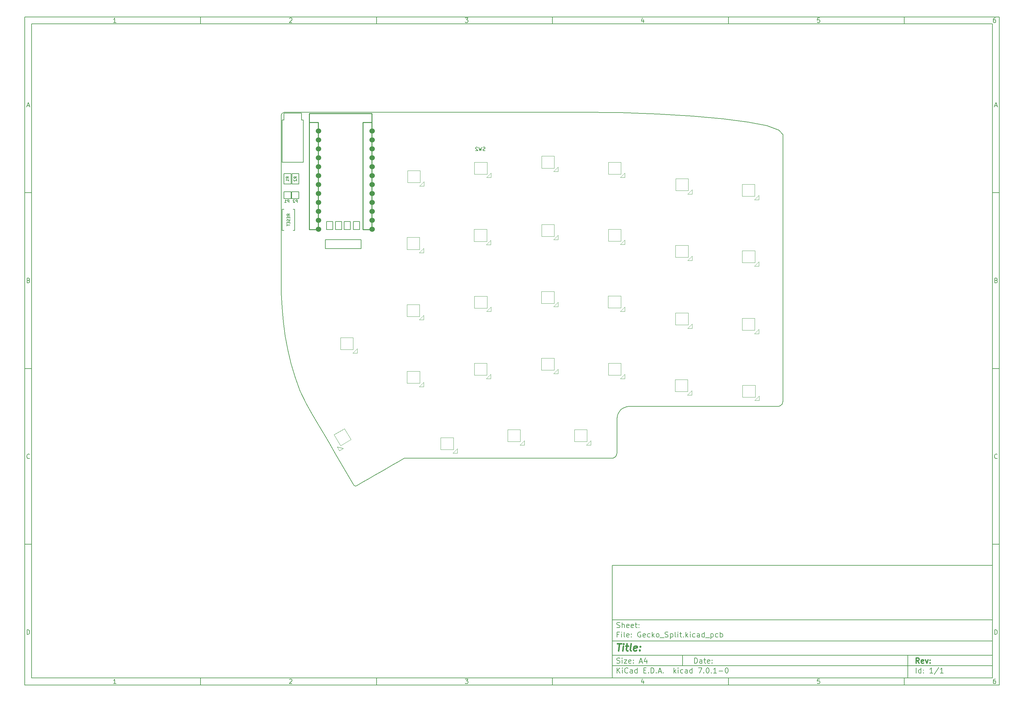
<source format=gbo>
G04 #@! TF.GenerationSoftware,KiCad,Pcbnew,7.0.1-0*
G04 #@! TF.CreationDate,2023-03-25T18:19:26+07:00*
G04 #@! TF.ProjectId,Gecko_Split,4765636b-6f5f-4537-906c-69742e6b6963,rev?*
G04 #@! TF.SameCoordinates,Original*
G04 #@! TF.FileFunction,Legend,Bot*
G04 #@! TF.FilePolarity,Positive*
%FSLAX46Y46*%
G04 Gerber Fmt 4.6, Leading zero omitted, Abs format (unit mm)*
G04 Created by KiCad (PCBNEW 7.0.1-0) date 2023-03-25 18:19:26*
%MOMM*%
%LPD*%
G01*
G04 APERTURE LIST*
%ADD10C,0.100000*%
%ADD11C,0.150000*%
%ADD12C,0.300000*%
%ADD13C,0.400000*%
%ADD14C,0.250000*%
%ADD15C,1.524000*%
G04 #@! TA.AperFunction,Profile*
%ADD16C,0.200000*%
G04 #@! TD*
G04 #@! TA.AperFunction,Profile*
%ADD17C,0.050000*%
G04 #@! TD*
G04 APERTURE END LIST*
D10*
D11*
X177002200Y-166007200D02*
X285002200Y-166007200D01*
X285002200Y-198007200D01*
X177002200Y-198007200D01*
X177002200Y-166007200D01*
D10*
D11*
X10000000Y-10000000D02*
X287002200Y-10000000D01*
X287002200Y-200007200D01*
X10000000Y-200007200D01*
X10000000Y-10000000D01*
D10*
D11*
X12000000Y-12000000D02*
X285002200Y-12000000D01*
X285002200Y-198007200D01*
X12000000Y-198007200D01*
X12000000Y-12000000D01*
D10*
D11*
X60000000Y-12000000D02*
X60000000Y-10000000D01*
D10*
D11*
X110000000Y-12000000D02*
X110000000Y-10000000D01*
D10*
D11*
X160000000Y-12000000D02*
X160000000Y-10000000D01*
D10*
D11*
X210000000Y-12000000D02*
X210000000Y-10000000D01*
D10*
D11*
X260000000Y-12000000D02*
X260000000Y-10000000D01*
D10*
D11*
X35990476Y-11601404D02*
X35247619Y-11601404D01*
X35619047Y-11601404D02*
X35619047Y-10301404D01*
X35619047Y-10301404D02*
X35495238Y-10487119D01*
X35495238Y-10487119D02*
X35371428Y-10610928D01*
X35371428Y-10610928D02*
X35247619Y-10672833D01*
D10*
D11*
X85247619Y-10425214D02*
X85309523Y-10363309D01*
X85309523Y-10363309D02*
X85433333Y-10301404D01*
X85433333Y-10301404D02*
X85742857Y-10301404D01*
X85742857Y-10301404D02*
X85866666Y-10363309D01*
X85866666Y-10363309D02*
X85928571Y-10425214D01*
X85928571Y-10425214D02*
X85990476Y-10549023D01*
X85990476Y-10549023D02*
X85990476Y-10672833D01*
X85990476Y-10672833D02*
X85928571Y-10858547D01*
X85928571Y-10858547D02*
X85185714Y-11601404D01*
X85185714Y-11601404D02*
X85990476Y-11601404D01*
D10*
D11*
X135185714Y-10301404D02*
X135990476Y-10301404D01*
X135990476Y-10301404D02*
X135557142Y-10796642D01*
X135557142Y-10796642D02*
X135742857Y-10796642D01*
X135742857Y-10796642D02*
X135866666Y-10858547D01*
X135866666Y-10858547D02*
X135928571Y-10920452D01*
X135928571Y-10920452D02*
X135990476Y-11044261D01*
X135990476Y-11044261D02*
X135990476Y-11353785D01*
X135990476Y-11353785D02*
X135928571Y-11477595D01*
X135928571Y-11477595D02*
X135866666Y-11539500D01*
X135866666Y-11539500D02*
X135742857Y-11601404D01*
X135742857Y-11601404D02*
X135371428Y-11601404D01*
X135371428Y-11601404D02*
X135247619Y-11539500D01*
X135247619Y-11539500D02*
X135185714Y-11477595D01*
D10*
D11*
X185866666Y-10734738D02*
X185866666Y-11601404D01*
X185557142Y-10239500D02*
X185247619Y-11168071D01*
X185247619Y-11168071D02*
X186052380Y-11168071D01*
D10*
D11*
X235928571Y-10301404D02*
X235309523Y-10301404D01*
X235309523Y-10301404D02*
X235247619Y-10920452D01*
X235247619Y-10920452D02*
X235309523Y-10858547D01*
X235309523Y-10858547D02*
X235433333Y-10796642D01*
X235433333Y-10796642D02*
X235742857Y-10796642D01*
X235742857Y-10796642D02*
X235866666Y-10858547D01*
X235866666Y-10858547D02*
X235928571Y-10920452D01*
X235928571Y-10920452D02*
X235990476Y-11044261D01*
X235990476Y-11044261D02*
X235990476Y-11353785D01*
X235990476Y-11353785D02*
X235928571Y-11477595D01*
X235928571Y-11477595D02*
X235866666Y-11539500D01*
X235866666Y-11539500D02*
X235742857Y-11601404D01*
X235742857Y-11601404D02*
X235433333Y-11601404D01*
X235433333Y-11601404D02*
X235309523Y-11539500D01*
X235309523Y-11539500D02*
X235247619Y-11477595D01*
D10*
D11*
X285866666Y-10301404D02*
X285619047Y-10301404D01*
X285619047Y-10301404D02*
X285495238Y-10363309D01*
X285495238Y-10363309D02*
X285433333Y-10425214D01*
X285433333Y-10425214D02*
X285309523Y-10610928D01*
X285309523Y-10610928D02*
X285247619Y-10858547D01*
X285247619Y-10858547D02*
X285247619Y-11353785D01*
X285247619Y-11353785D02*
X285309523Y-11477595D01*
X285309523Y-11477595D02*
X285371428Y-11539500D01*
X285371428Y-11539500D02*
X285495238Y-11601404D01*
X285495238Y-11601404D02*
X285742857Y-11601404D01*
X285742857Y-11601404D02*
X285866666Y-11539500D01*
X285866666Y-11539500D02*
X285928571Y-11477595D01*
X285928571Y-11477595D02*
X285990476Y-11353785D01*
X285990476Y-11353785D02*
X285990476Y-11044261D01*
X285990476Y-11044261D02*
X285928571Y-10920452D01*
X285928571Y-10920452D02*
X285866666Y-10858547D01*
X285866666Y-10858547D02*
X285742857Y-10796642D01*
X285742857Y-10796642D02*
X285495238Y-10796642D01*
X285495238Y-10796642D02*
X285371428Y-10858547D01*
X285371428Y-10858547D02*
X285309523Y-10920452D01*
X285309523Y-10920452D02*
X285247619Y-11044261D01*
D10*
D11*
X60000000Y-198007200D02*
X60000000Y-200007200D01*
D10*
D11*
X110000000Y-198007200D02*
X110000000Y-200007200D01*
D10*
D11*
X160000000Y-198007200D02*
X160000000Y-200007200D01*
D10*
D11*
X210000000Y-198007200D02*
X210000000Y-200007200D01*
D10*
D11*
X260000000Y-198007200D02*
X260000000Y-200007200D01*
D10*
D11*
X35990476Y-199608604D02*
X35247619Y-199608604D01*
X35619047Y-199608604D02*
X35619047Y-198308604D01*
X35619047Y-198308604D02*
X35495238Y-198494319D01*
X35495238Y-198494319D02*
X35371428Y-198618128D01*
X35371428Y-198618128D02*
X35247619Y-198680033D01*
D10*
D11*
X85247619Y-198432414D02*
X85309523Y-198370509D01*
X85309523Y-198370509D02*
X85433333Y-198308604D01*
X85433333Y-198308604D02*
X85742857Y-198308604D01*
X85742857Y-198308604D02*
X85866666Y-198370509D01*
X85866666Y-198370509D02*
X85928571Y-198432414D01*
X85928571Y-198432414D02*
X85990476Y-198556223D01*
X85990476Y-198556223D02*
X85990476Y-198680033D01*
X85990476Y-198680033D02*
X85928571Y-198865747D01*
X85928571Y-198865747D02*
X85185714Y-199608604D01*
X85185714Y-199608604D02*
X85990476Y-199608604D01*
D10*
D11*
X135185714Y-198308604D02*
X135990476Y-198308604D01*
X135990476Y-198308604D02*
X135557142Y-198803842D01*
X135557142Y-198803842D02*
X135742857Y-198803842D01*
X135742857Y-198803842D02*
X135866666Y-198865747D01*
X135866666Y-198865747D02*
X135928571Y-198927652D01*
X135928571Y-198927652D02*
X135990476Y-199051461D01*
X135990476Y-199051461D02*
X135990476Y-199360985D01*
X135990476Y-199360985D02*
X135928571Y-199484795D01*
X135928571Y-199484795D02*
X135866666Y-199546700D01*
X135866666Y-199546700D02*
X135742857Y-199608604D01*
X135742857Y-199608604D02*
X135371428Y-199608604D01*
X135371428Y-199608604D02*
X135247619Y-199546700D01*
X135247619Y-199546700D02*
X135185714Y-199484795D01*
D10*
D11*
X185866666Y-198741938D02*
X185866666Y-199608604D01*
X185557142Y-198246700D02*
X185247619Y-199175271D01*
X185247619Y-199175271D02*
X186052380Y-199175271D01*
D10*
D11*
X235928571Y-198308604D02*
X235309523Y-198308604D01*
X235309523Y-198308604D02*
X235247619Y-198927652D01*
X235247619Y-198927652D02*
X235309523Y-198865747D01*
X235309523Y-198865747D02*
X235433333Y-198803842D01*
X235433333Y-198803842D02*
X235742857Y-198803842D01*
X235742857Y-198803842D02*
X235866666Y-198865747D01*
X235866666Y-198865747D02*
X235928571Y-198927652D01*
X235928571Y-198927652D02*
X235990476Y-199051461D01*
X235990476Y-199051461D02*
X235990476Y-199360985D01*
X235990476Y-199360985D02*
X235928571Y-199484795D01*
X235928571Y-199484795D02*
X235866666Y-199546700D01*
X235866666Y-199546700D02*
X235742857Y-199608604D01*
X235742857Y-199608604D02*
X235433333Y-199608604D01*
X235433333Y-199608604D02*
X235309523Y-199546700D01*
X235309523Y-199546700D02*
X235247619Y-199484795D01*
D10*
D11*
X285866666Y-198308604D02*
X285619047Y-198308604D01*
X285619047Y-198308604D02*
X285495238Y-198370509D01*
X285495238Y-198370509D02*
X285433333Y-198432414D01*
X285433333Y-198432414D02*
X285309523Y-198618128D01*
X285309523Y-198618128D02*
X285247619Y-198865747D01*
X285247619Y-198865747D02*
X285247619Y-199360985D01*
X285247619Y-199360985D02*
X285309523Y-199484795D01*
X285309523Y-199484795D02*
X285371428Y-199546700D01*
X285371428Y-199546700D02*
X285495238Y-199608604D01*
X285495238Y-199608604D02*
X285742857Y-199608604D01*
X285742857Y-199608604D02*
X285866666Y-199546700D01*
X285866666Y-199546700D02*
X285928571Y-199484795D01*
X285928571Y-199484795D02*
X285990476Y-199360985D01*
X285990476Y-199360985D02*
X285990476Y-199051461D01*
X285990476Y-199051461D02*
X285928571Y-198927652D01*
X285928571Y-198927652D02*
X285866666Y-198865747D01*
X285866666Y-198865747D02*
X285742857Y-198803842D01*
X285742857Y-198803842D02*
X285495238Y-198803842D01*
X285495238Y-198803842D02*
X285371428Y-198865747D01*
X285371428Y-198865747D02*
X285309523Y-198927652D01*
X285309523Y-198927652D02*
X285247619Y-199051461D01*
D10*
D11*
X10000000Y-60000000D02*
X12000000Y-60000000D01*
D10*
D11*
X10000000Y-110000000D02*
X12000000Y-110000000D01*
D10*
D11*
X10000000Y-160000000D02*
X12000000Y-160000000D01*
D10*
D11*
X10690476Y-35229976D02*
X11309523Y-35229976D01*
X10566666Y-35601404D02*
X10999999Y-34301404D01*
X10999999Y-34301404D02*
X11433333Y-35601404D01*
D10*
D11*
X11092857Y-84920452D02*
X11278571Y-84982357D01*
X11278571Y-84982357D02*
X11340476Y-85044261D01*
X11340476Y-85044261D02*
X11402380Y-85168071D01*
X11402380Y-85168071D02*
X11402380Y-85353785D01*
X11402380Y-85353785D02*
X11340476Y-85477595D01*
X11340476Y-85477595D02*
X11278571Y-85539500D01*
X11278571Y-85539500D02*
X11154761Y-85601404D01*
X11154761Y-85601404D02*
X10659523Y-85601404D01*
X10659523Y-85601404D02*
X10659523Y-84301404D01*
X10659523Y-84301404D02*
X11092857Y-84301404D01*
X11092857Y-84301404D02*
X11216666Y-84363309D01*
X11216666Y-84363309D02*
X11278571Y-84425214D01*
X11278571Y-84425214D02*
X11340476Y-84549023D01*
X11340476Y-84549023D02*
X11340476Y-84672833D01*
X11340476Y-84672833D02*
X11278571Y-84796642D01*
X11278571Y-84796642D02*
X11216666Y-84858547D01*
X11216666Y-84858547D02*
X11092857Y-84920452D01*
X11092857Y-84920452D02*
X10659523Y-84920452D01*
D10*
D11*
X11402380Y-135477595D02*
X11340476Y-135539500D01*
X11340476Y-135539500D02*
X11154761Y-135601404D01*
X11154761Y-135601404D02*
X11030952Y-135601404D01*
X11030952Y-135601404D02*
X10845238Y-135539500D01*
X10845238Y-135539500D02*
X10721428Y-135415690D01*
X10721428Y-135415690D02*
X10659523Y-135291880D01*
X10659523Y-135291880D02*
X10597619Y-135044261D01*
X10597619Y-135044261D02*
X10597619Y-134858547D01*
X10597619Y-134858547D02*
X10659523Y-134610928D01*
X10659523Y-134610928D02*
X10721428Y-134487119D01*
X10721428Y-134487119D02*
X10845238Y-134363309D01*
X10845238Y-134363309D02*
X11030952Y-134301404D01*
X11030952Y-134301404D02*
X11154761Y-134301404D01*
X11154761Y-134301404D02*
X11340476Y-134363309D01*
X11340476Y-134363309D02*
X11402380Y-134425214D01*
D10*
D11*
X10659523Y-185601404D02*
X10659523Y-184301404D01*
X10659523Y-184301404D02*
X10969047Y-184301404D01*
X10969047Y-184301404D02*
X11154761Y-184363309D01*
X11154761Y-184363309D02*
X11278571Y-184487119D01*
X11278571Y-184487119D02*
X11340476Y-184610928D01*
X11340476Y-184610928D02*
X11402380Y-184858547D01*
X11402380Y-184858547D02*
X11402380Y-185044261D01*
X11402380Y-185044261D02*
X11340476Y-185291880D01*
X11340476Y-185291880D02*
X11278571Y-185415690D01*
X11278571Y-185415690D02*
X11154761Y-185539500D01*
X11154761Y-185539500D02*
X10969047Y-185601404D01*
X10969047Y-185601404D02*
X10659523Y-185601404D01*
D10*
D11*
X287002200Y-60000000D02*
X285002200Y-60000000D01*
D10*
D11*
X287002200Y-110000000D02*
X285002200Y-110000000D01*
D10*
D11*
X287002200Y-160000000D02*
X285002200Y-160000000D01*
D10*
D11*
X285692676Y-35229976D02*
X286311723Y-35229976D01*
X285568866Y-35601404D02*
X286002199Y-34301404D01*
X286002199Y-34301404D02*
X286435533Y-35601404D01*
D10*
D11*
X286095057Y-84920452D02*
X286280771Y-84982357D01*
X286280771Y-84982357D02*
X286342676Y-85044261D01*
X286342676Y-85044261D02*
X286404580Y-85168071D01*
X286404580Y-85168071D02*
X286404580Y-85353785D01*
X286404580Y-85353785D02*
X286342676Y-85477595D01*
X286342676Y-85477595D02*
X286280771Y-85539500D01*
X286280771Y-85539500D02*
X286156961Y-85601404D01*
X286156961Y-85601404D02*
X285661723Y-85601404D01*
X285661723Y-85601404D02*
X285661723Y-84301404D01*
X285661723Y-84301404D02*
X286095057Y-84301404D01*
X286095057Y-84301404D02*
X286218866Y-84363309D01*
X286218866Y-84363309D02*
X286280771Y-84425214D01*
X286280771Y-84425214D02*
X286342676Y-84549023D01*
X286342676Y-84549023D02*
X286342676Y-84672833D01*
X286342676Y-84672833D02*
X286280771Y-84796642D01*
X286280771Y-84796642D02*
X286218866Y-84858547D01*
X286218866Y-84858547D02*
X286095057Y-84920452D01*
X286095057Y-84920452D02*
X285661723Y-84920452D01*
D10*
D11*
X286404580Y-135477595D02*
X286342676Y-135539500D01*
X286342676Y-135539500D02*
X286156961Y-135601404D01*
X286156961Y-135601404D02*
X286033152Y-135601404D01*
X286033152Y-135601404D02*
X285847438Y-135539500D01*
X285847438Y-135539500D02*
X285723628Y-135415690D01*
X285723628Y-135415690D02*
X285661723Y-135291880D01*
X285661723Y-135291880D02*
X285599819Y-135044261D01*
X285599819Y-135044261D02*
X285599819Y-134858547D01*
X285599819Y-134858547D02*
X285661723Y-134610928D01*
X285661723Y-134610928D02*
X285723628Y-134487119D01*
X285723628Y-134487119D02*
X285847438Y-134363309D01*
X285847438Y-134363309D02*
X286033152Y-134301404D01*
X286033152Y-134301404D02*
X286156961Y-134301404D01*
X286156961Y-134301404D02*
X286342676Y-134363309D01*
X286342676Y-134363309D02*
X286404580Y-134425214D01*
D10*
D11*
X285661723Y-185601404D02*
X285661723Y-184301404D01*
X285661723Y-184301404D02*
X285971247Y-184301404D01*
X285971247Y-184301404D02*
X286156961Y-184363309D01*
X286156961Y-184363309D02*
X286280771Y-184487119D01*
X286280771Y-184487119D02*
X286342676Y-184610928D01*
X286342676Y-184610928D02*
X286404580Y-184858547D01*
X286404580Y-184858547D02*
X286404580Y-185044261D01*
X286404580Y-185044261D02*
X286342676Y-185291880D01*
X286342676Y-185291880D02*
X286280771Y-185415690D01*
X286280771Y-185415690D02*
X286156961Y-185539500D01*
X286156961Y-185539500D02*
X285971247Y-185601404D01*
X285971247Y-185601404D02*
X285661723Y-185601404D01*
D10*
D11*
X200359342Y-193801128D02*
X200359342Y-192301128D01*
X200359342Y-192301128D02*
X200716485Y-192301128D01*
X200716485Y-192301128D02*
X200930771Y-192372557D01*
X200930771Y-192372557D02*
X201073628Y-192515414D01*
X201073628Y-192515414D02*
X201145057Y-192658271D01*
X201145057Y-192658271D02*
X201216485Y-192943985D01*
X201216485Y-192943985D02*
X201216485Y-193158271D01*
X201216485Y-193158271D02*
X201145057Y-193443985D01*
X201145057Y-193443985D02*
X201073628Y-193586842D01*
X201073628Y-193586842D02*
X200930771Y-193729700D01*
X200930771Y-193729700D02*
X200716485Y-193801128D01*
X200716485Y-193801128D02*
X200359342Y-193801128D01*
X202502200Y-193801128D02*
X202502200Y-193015414D01*
X202502200Y-193015414D02*
X202430771Y-192872557D01*
X202430771Y-192872557D02*
X202287914Y-192801128D01*
X202287914Y-192801128D02*
X202002200Y-192801128D01*
X202002200Y-192801128D02*
X201859342Y-192872557D01*
X202502200Y-193729700D02*
X202359342Y-193801128D01*
X202359342Y-193801128D02*
X202002200Y-193801128D01*
X202002200Y-193801128D02*
X201859342Y-193729700D01*
X201859342Y-193729700D02*
X201787914Y-193586842D01*
X201787914Y-193586842D02*
X201787914Y-193443985D01*
X201787914Y-193443985D02*
X201859342Y-193301128D01*
X201859342Y-193301128D02*
X202002200Y-193229700D01*
X202002200Y-193229700D02*
X202359342Y-193229700D01*
X202359342Y-193229700D02*
X202502200Y-193158271D01*
X203002200Y-192801128D02*
X203573628Y-192801128D01*
X203216485Y-192301128D02*
X203216485Y-193586842D01*
X203216485Y-193586842D02*
X203287914Y-193729700D01*
X203287914Y-193729700D02*
X203430771Y-193801128D01*
X203430771Y-193801128D02*
X203573628Y-193801128D01*
X204645057Y-193729700D02*
X204502200Y-193801128D01*
X204502200Y-193801128D02*
X204216486Y-193801128D01*
X204216486Y-193801128D02*
X204073628Y-193729700D01*
X204073628Y-193729700D02*
X204002200Y-193586842D01*
X204002200Y-193586842D02*
X204002200Y-193015414D01*
X204002200Y-193015414D02*
X204073628Y-192872557D01*
X204073628Y-192872557D02*
X204216486Y-192801128D01*
X204216486Y-192801128D02*
X204502200Y-192801128D01*
X204502200Y-192801128D02*
X204645057Y-192872557D01*
X204645057Y-192872557D02*
X204716486Y-193015414D01*
X204716486Y-193015414D02*
X204716486Y-193158271D01*
X204716486Y-193158271D02*
X204002200Y-193301128D01*
X205359342Y-193658271D02*
X205430771Y-193729700D01*
X205430771Y-193729700D02*
X205359342Y-193801128D01*
X205359342Y-193801128D02*
X205287914Y-193729700D01*
X205287914Y-193729700D02*
X205359342Y-193658271D01*
X205359342Y-193658271D02*
X205359342Y-193801128D01*
X205359342Y-192872557D02*
X205430771Y-192943985D01*
X205430771Y-192943985D02*
X205359342Y-193015414D01*
X205359342Y-193015414D02*
X205287914Y-192943985D01*
X205287914Y-192943985D02*
X205359342Y-192872557D01*
X205359342Y-192872557D02*
X205359342Y-193015414D01*
D10*
D11*
X177002200Y-194507200D02*
X285002200Y-194507200D01*
D10*
D11*
X178359342Y-196601128D02*
X178359342Y-195101128D01*
X179216485Y-196601128D02*
X178573628Y-195743985D01*
X179216485Y-195101128D02*
X178359342Y-195958271D01*
X179859342Y-196601128D02*
X179859342Y-195601128D01*
X179859342Y-195101128D02*
X179787914Y-195172557D01*
X179787914Y-195172557D02*
X179859342Y-195243985D01*
X179859342Y-195243985D02*
X179930771Y-195172557D01*
X179930771Y-195172557D02*
X179859342Y-195101128D01*
X179859342Y-195101128D02*
X179859342Y-195243985D01*
X181430771Y-196458271D02*
X181359343Y-196529700D01*
X181359343Y-196529700D02*
X181145057Y-196601128D01*
X181145057Y-196601128D02*
X181002200Y-196601128D01*
X181002200Y-196601128D02*
X180787914Y-196529700D01*
X180787914Y-196529700D02*
X180645057Y-196386842D01*
X180645057Y-196386842D02*
X180573628Y-196243985D01*
X180573628Y-196243985D02*
X180502200Y-195958271D01*
X180502200Y-195958271D02*
X180502200Y-195743985D01*
X180502200Y-195743985D02*
X180573628Y-195458271D01*
X180573628Y-195458271D02*
X180645057Y-195315414D01*
X180645057Y-195315414D02*
X180787914Y-195172557D01*
X180787914Y-195172557D02*
X181002200Y-195101128D01*
X181002200Y-195101128D02*
X181145057Y-195101128D01*
X181145057Y-195101128D02*
X181359343Y-195172557D01*
X181359343Y-195172557D02*
X181430771Y-195243985D01*
X182716486Y-196601128D02*
X182716486Y-195815414D01*
X182716486Y-195815414D02*
X182645057Y-195672557D01*
X182645057Y-195672557D02*
X182502200Y-195601128D01*
X182502200Y-195601128D02*
X182216486Y-195601128D01*
X182216486Y-195601128D02*
X182073628Y-195672557D01*
X182716486Y-196529700D02*
X182573628Y-196601128D01*
X182573628Y-196601128D02*
X182216486Y-196601128D01*
X182216486Y-196601128D02*
X182073628Y-196529700D01*
X182073628Y-196529700D02*
X182002200Y-196386842D01*
X182002200Y-196386842D02*
X182002200Y-196243985D01*
X182002200Y-196243985D02*
X182073628Y-196101128D01*
X182073628Y-196101128D02*
X182216486Y-196029700D01*
X182216486Y-196029700D02*
X182573628Y-196029700D01*
X182573628Y-196029700D02*
X182716486Y-195958271D01*
X184073629Y-196601128D02*
X184073629Y-195101128D01*
X184073629Y-196529700D02*
X183930771Y-196601128D01*
X183930771Y-196601128D02*
X183645057Y-196601128D01*
X183645057Y-196601128D02*
X183502200Y-196529700D01*
X183502200Y-196529700D02*
X183430771Y-196458271D01*
X183430771Y-196458271D02*
X183359343Y-196315414D01*
X183359343Y-196315414D02*
X183359343Y-195886842D01*
X183359343Y-195886842D02*
X183430771Y-195743985D01*
X183430771Y-195743985D02*
X183502200Y-195672557D01*
X183502200Y-195672557D02*
X183645057Y-195601128D01*
X183645057Y-195601128D02*
X183930771Y-195601128D01*
X183930771Y-195601128D02*
X184073629Y-195672557D01*
X185930771Y-195815414D02*
X186430771Y-195815414D01*
X186645057Y-196601128D02*
X185930771Y-196601128D01*
X185930771Y-196601128D02*
X185930771Y-195101128D01*
X185930771Y-195101128D02*
X186645057Y-195101128D01*
X187287914Y-196458271D02*
X187359343Y-196529700D01*
X187359343Y-196529700D02*
X187287914Y-196601128D01*
X187287914Y-196601128D02*
X187216486Y-196529700D01*
X187216486Y-196529700D02*
X187287914Y-196458271D01*
X187287914Y-196458271D02*
X187287914Y-196601128D01*
X188002200Y-196601128D02*
X188002200Y-195101128D01*
X188002200Y-195101128D02*
X188359343Y-195101128D01*
X188359343Y-195101128D02*
X188573629Y-195172557D01*
X188573629Y-195172557D02*
X188716486Y-195315414D01*
X188716486Y-195315414D02*
X188787915Y-195458271D01*
X188787915Y-195458271D02*
X188859343Y-195743985D01*
X188859343Y-195743985D02*
X188859343Y-195958271D01*
X188859343Y-195958271D02*
X188787915Y-196243985D01*
X188787915Y-196243985D02*
X188716486Y-196386842D01*
X188716486Y-196386842D02*
X188573629Y-196529700D01*
X188573629Y-196529700D02*
X188359343Y-196601128D01*
X188359343Y-196601128D02*
X188002200Y-196601128D01*
X189502200Y-196458271D02*
X189573629Y-196529700D01*
X189573629Y-196529700D02*
X189502200Y-196601128D01*
X189502200Y-196601128D02*
X189430772Y-196529700D01*
X189430772Y-196529700D02*
X189502200Y-196458271D01*
X189502200Y-196458271D02*
X189502200Y-196601128D01*
X190145058Y-196172557D02*
X190859344Y-196172557D01*
X190002201Y-196601128D02*
X190502201Y-195101128D01*
X190502201Y-195101128D02*
X191002201Y-196601128D01*
X191502200Y-196458271D02*
X191573629Y-196529700D01*
X191573629Y-196529700D02*
X191502200Y-196601128D01*
X191502200Y-196601128D02*
X191430772Y-196529700D01*
X191430772Y-196529700D02*
X191502200Y-196458271D01*
X191502200Y-196458271D02*
X191502200Y-196601128D01*
X194502200Y-196601128D02*
X194502200Y-195101128D01*
X194645058Y-196029700D02*
X195073629Y-196601128D01*
X195073629Y-195601128D02*
X194502200Y-196172557D01*
X195716486Y-196601128D02*
X195716486Y-195601128D01*
X195716486Y-195101128D02*
X195645058Y-195172557D01*
X195645058Y-195172557D02*
X195716486Y-195243985D01*
X195716486Y-195243985D02*
X195787915Y-195172557D01*
X195787915Y-195172557D02*
X195716486Y-195101128D01*
X195716486Y-195101128D02*
X195716486Y-195243985D01*
X197073630Y-196529700D02*
X196930772Y-196601128D01*
X196930772Y-196601128D02*
X196645058Y-196601128D01*
X196645058Y-196601128D02*
X196502201Y-196529700D01*
X196502201Y-196529700D02*
X196430772Y-196458271D01*
X196430772Y-196458271D02*
X196359344Y-196315414D01*
X196359344Y-196315414D02*
X196359344Y-195886842D01*
X196359344Y-195886842D02*
X196430772Y-195743985D01*
X196430772Y-195743985D02*
X196502201Y-195672557D01*
X196502201Y-195672557D02*
X196645058Y-195601128D01*
X196645058Y-195601128D02*
X196930772Y-195601128D01*
X196930772Y-195601128D02*
X197073630Y-195672557D01*
X198359344Y-196601128D02*
X198359344Y-195815414D01*
X198359344Y-195815414D02*
X198287915Y-195672557D01*
X198287915Y-195672557D02*
X198145058Y-195601128D01*
X198145058Y-195601128D02*
X197859344Y-195601128D01*
X197859344Y-195601128D02*
X197716486Y-195672557D01*
X198359344Y-196529700D02*
X198216486Y-196601128D01*
X198216486Y-196601128D02*
X197859344Y-196601128D01*
X197859344Y-196601128D02*
X197716486Y-196529700D01*
X197716486Y-196529700D02*
X197645058Y-196386842D01*
X197645058Y-196386842D02*
X197645058Y-196243985D01*
X197645058Y-196243985D02*
X197716486Y-196101128D01*
X197716486Y-196101128D02*
X197859344Y-196029700D01*
X197859344Y-196029700D02*
X198216486Y-196029700D01*
X198216486Y-196029700D02*
X198359344Y-195958271D01*
X199716487Y-196601128D02*
X199716487Y-195101128D01*
X199716487Y-196529700D02*
X199573629Y-196601128D01*
X199573629Y-196601128D02*
X199287915Y-196601128D01*
X199287915Y-196601128D02*
X199145058Y-196529700D01*
X199145058Y-196529700D02*
X199073629Y-196458271D01*
X199073629Y-196458271D02*
X199002201Y-196315414D01*
X199002201Y-196315414D02*
X199002201Y-195886842D01*
X199002201Y-195886842D02*
X199073629Y-195743985D01*
X199073629Y-195743985D02*
X199145058Y-195672557D01*
X199145058Y-195672557D02*
X199287915Y-195601128D01*
X199287915Y-195601128D02*
X199573629Y-195601128D01*
X199573629Y-195601128D02*
X199716487Y-195672557D01*
X201430772Y-195101128D02*
X202430772Y-195101128D01*
X202430772Y-195101128D02*
X201787915Y-196601128D01*
X203002200Y-196458271D02*
X203073629Y-196529700D01*
X203073629Y-196529700D02*
X203002200Y-196601128D01*
X203002200Y-196601128D02*
X202930772Y-196529700D01*
X202930772Y-196529700D02*
X203002200Y-196458271D01*
X203002200Y-196458271D02*
X203002200Y-196601128D01*
X204002201Y-195101128D02*
X204145058Y-195101128D01*
X204145058Y-195101128D02*
X204287915Y-195172557D01*
X204287915Y-195172557D02*
X204359344Y-195243985D01*
X204359344Y-195243985D02*
X204430772Y-195386842D01*
X204430772Y-195386842D02*
X204502201Y-195672557D01*
X204502201Y-195672557D02*
X204502201Y-196029700D01*
X204502201Y-196029700D02*
X204430772Y-196315414D01*
X204430772Y-196315414D02*
X204359344Y-196458271D01*
X204359344Y-196458271D02*
X204287915Y-196529700D01*
X204287915Y-196529700D02*
X204145058Y-196601128D01*
X204145058Y-196601128D02*
X204002201Y-196601128D01*
X204002201Y-196601128D02*
X203859344Y-196529700D01*
X203859344Y-196529700D02*
X203787915Y-196458271D01*
X203787915Y-196458271D02*
X203716486Y-196315414D01*
X203716486Y-196315414D02*
X203645058Y-196029700D01*
X203645058Y-196029700D02*
X203645058Y-195672557D01*
X203645058Y-195672557D02*
X203716486Y-195386842D01*
X203716486Y-195386842D02*
X203787915Y-195243985D01*
X203787915Y-195243985D02*
X203859344Y-195172557D01*
X203859344Y-195172557D02*
X204002201Y-195101128D01*
X205145057Y-196458271D02*
X205216486Y-196529700D01*
X205216486Y-196529700D02*
X205145057Y-196601128D01*
X205145057Y-196601128D02*
X205073629Y-196529700D01*
X205073629Y-196529700D02*
X205145057Y-196458271D01*
X205145057Y-196458271D02*
X205145057Y-196601128D01*
X206645058Y-196601128D02*
X205787915Y-196601128D01*
X206216486Y-196601128D02*
X206216486Y-195101128D01*
X206216486Y-195101128D02*
X206073629Y-195315414D01*
X206073629Y-195315414D02*
X205930772Y-195458271D01*
X205930772Y-195458271D02*
X205787915Y-195529700D01*
X207287914Y-196029700D02*
X208430772Y-196029700D01*
X209430772Y-195101128D02*
X209573629Y-195101128D01*
X209573629Y-195101128D02*
X209716486Y-195172557D01*
X209716486Y-195172557D02*
X209787915Y-195243985D01*
X209787915Y-195243985D02*
X209859343Y-195386842D01*
X209859343Y-195386842D02*
X209930772Y-195672557D01*
X209930772Y-195672557D02*
X209930772Y-196029700D01*
X209930772Y-196029700D02*
X209859343Y-196315414D01*
X209859343Y-196315414D02*
X209787915Y-196458271D01*
X209787915Y-196458271D02*
X209716486Y-196529700D01*
X209716486Y-196529700D02*
X209573629Y-196601128D01*
X209573629Y-196601128D02*
X209430772Y-196601128D01*
X209430772Y-196601128D02*
X209287915Y-196529700D01*
X209287915Y-196529700D02*
X209216486Y-196458271D01*
X209216486Y-196458271D02*
X209145057Y-196315414D01*
X209145057Y-196315414D02*
X209073629Y-196029700D01*
X209073629Y-196029700D02*
X209073629Y-195672557D01*
X209073629Y-195672557D02*
X209145057Y-195386842D01*
X209145057Y-195386842D02*
X209216486Y-195243985D01*
X209216486Y-195243985D02*
X209287915Y-195172557D01*
X209287915Y-195172557D02*
X209430772Y-195101128D01*
D10*
D11*
X177002200Y-191507200D02*
X285002200Y-191507200D01*
D10*
D12*
X264216485Y-193801128D02*
X263716485Y-193086842D01*
X263359342Y-193801128D02*
X263359342Y-192301128D01*
X263359342Y-192301128D02*
X263930771Y-192301128D01*
X263930771Y-192301128D02*
X264073628Y-192372557D01*
X264073628Y-192372557D02*
X264145057Y-192443985D01*
X264145057Y-192443985D02*
X264216485Y-192586842D01*
X264216485Y-192586842D02*
X264216485Y-192801128D01*
X264216485Y-192801128D02*
X264145057Y-192943985D01*
X264145057Y-192943985D02*
X264073628Y-193015414D01*
X264073628Y-193015414D02*
X263930771Y-193086842D01*
X263930771Y-193086842D02*
X263359342Y-193086842D01*
X265430771Y-193729700D02*
X265287914Y-193801128D01*
X265287914Y-193801128D02*
X265002200Y-193801128D01*
X265002200Y-193801128D02*
X264859342Y-193729700D01*
X264859342Y-193729700D02*
X264787914Y-193586842D01*
X264787914Y-193586842D02*
X264787914Y-193015414D01*
X264787914Y-193015414D02*
X264859342Y-192872557D01*
X264859342Y-192872557D02*
X265002200Y-192801128D01*
X265002200Y-192801128D02*
X265287914Y-192801128D01*
X265287914Y-192801128D02*
X265430771Y-192872557D01*
X265430771Y-192872557D02*
X265502200Y-193015414D01*
X265502200Y-193015414D02*
X265502200Y-193158271D01*
X265502200Y-193158271D02*
X264787914Y-193301128D01*
X266002199Y-192801128D02*
X266359342Y-193801128D01*
X266359342Y-193801128D02*
X266716485Y-192801128D01*
X267287913Y-193658271D02*
X267359342Y-193729700D01*
X267359342Y-193729700D02*
X267287913Y-193801128D01*
X267287913Y-193801128D02*
X267216485Y-193729700D01*
X267216485Y-193729700D02*
X267287913Y-193658271D01*
X267287913Y-193658271D02*
X267287913Y-193801128D01*
X267287913Y-192872557D02*
X267359342Y-192943985D01*
X267359342Y-192943985D02*
X267287913Y-193015414D01*
X267287913Y-193015414D02*
X267216485Y-192943985D01*
X267216485Y-192943985D02*
X267287913Y-192872557D01*
X267287913Y-192872557D02*
X267287913Y-193015414D01*
D10*
D11*
X178287914Y-193729700D02*
X178502200Y-193801128D01*
X178502200Y-193801128D02*
X178859342Y-193801128D01*
X178859342Y-193801128D02*
X179002200Y-193729700D01*
X179002200Y-193729700D02*
X179073628Y-193658271D01*
X179073628Y-193658271D02*
X179145057Y-193515414D01*
X179145057Y-193515414D02*
X179145057Y-193372557D01*
X179145057Y-193372557D02*
X179073628Y-193229700D01*
X179073628Y-193229700D02*
X179002200Y-193158271D01*
X179002200Y-193158271D02*
X178859342Y-193086842D01*
X178859342Y-193086842D02*
X178573628Y-193015414D01*
X178573628Y-193015414D02*
X178430771Y-192943985D01*
X178430771Y-192943985D02*
X178359342Y-192872557D01*
X178359342Y-192872557D02*
X178287914Y-192729700D01*
X178287914Y-192729700D02*
X178287914Y-192586842D01*
X178287914Y-192586842D02*
X178359342Y-192443985D01*
X178359342Y-192443985D02*
X178430771Y-192372557D01*
X178430771Y-192372557D02*
X178573628Y-192301128D01*
X178573628Y-192301128D02*
X178930771Y-192301128D01*
X178930771Y-192301128D02*
X179145057Y-192372557D01*
X179787913Y-193801128D02*
X179787913Y-192801128D01*
X179787913Y-192301128D02*
X179716485Y-192372557D01*
X179716485Y-192372557D02*
X179787913Y-192443985D01*
X179787913Y-192443985D02*
X179859342Y-192372557D01*
X179859342Y-192372557D02*
X179787913Y-192301128D01*
X179787913Y-192301128D02*
X179787913Y-192443985D01*
X180359342Y-192801128D02*
X181145057Y-192801128D01*
X181145057Y-192801128D02*
X180359342Y-193801128D01*
X180359342Y-193801128D02*
X181145057Y-193801128D01*
X182287914Y-193729700D02*
X182145057Y-193801128D01*
X182145057Y-193801128D02*
X181859343Y-193801128D01*
X181859343Y-193801128D02*
X181716485Y-193729700D01*
X181716485Y-193729700D02*
X181645057Y-193586842D01*
X181645057Y-193586842D02*
X181645057Y-193015414D01*
X181645057Y-193015414D02*
X181716485Y-192872557D01*
X181716485Y-192872557D02*
X181859343Y-192801128D01*
X181859343Y-192801128D02*
X182145057Y-192801128D01*
X182145057Y-192801128D02*
X182287914Y-192872557D01*
X182287914Y-192872557D02*
X182359343Y-193015414D01*
X182359343Y-193015414D02*
X182359343Y-193158271D01*
X182359343Y-193158271D02*
X181645057Y-193301128D01*
X183002199Y-193658271D02*
X183073628Y-193729700D01*
X183073628Y-193729700D02*
X183002199Y-193801128D01*
X183002199Y-193801128D02*
X182930771Y-193729700D01*
X182930771Y-193729700D02*
X183002199Y-193658271D01*
X183002199Y-193658271D02*
X183002199Y-193801128D01*
X183002199Y-192872557D02*
X183073628Y-192943985D01*
X183073628Y-192943985D02*
X183002199Y-193015414D01*
X183002199Y-193015414D02*
X182930771Y-192943985D01*
X182930771Y-192943985D02*
X183002199Y-192872557D01*
X183002199Y-192872557D02*
X183002199Y-193015414D01*
X184787914Y-193372557D02*
X185502200Y-193372557D01*
X184645057Y-193801128D02*
X185145057Y-192301128D01*
X185145057Y-192301128D02*
X185645057Y-193801128D01*
X186787914Y-192801128D02*
X186787914Y-193801128D01*
X186430771Y-192229700D02*
X186073628Y-193301128D01*
X186073628Y-193301128D02*
X187002199Y-193301128D01*
D10*
D11*
X263359342Y-196601128D02*
X263359342Y-195101128D01*
X264716486Y-196601128D02*
X264716486Y-195101128D01*
X264716486Y-196529700D02*
X264573628Y-196601128D01*
X264573628Y-196601128D02*
X264287914Y-196601128D01*
X264287914Y-196601128D02*
X264145057Y-196529700D01*
X264145057Y-196529700D02*
X264073628Y-196458271D01*
X264073628Y-196458271D02*
X264002200Y-196315414D01*
X264002200Y-196315414D02*
X264002200Y-195886842D01*
X264002200Y-195886842D02*
X264073628Y-195743985D01*
X264073628Y-195743985D02*
X264145057Y-195672557D01*
X264145057Y-195672557D02*
X264287914Y-195601128D01*
X264287914Y-195601128D02*
X264573628Y-195601128D01*
X264573628Y-195601128D02*
X264716486Y-195672557D01*
X265430771Y-196458271D02*
X265502200Y-196529700D01*
X265502200Y-196529700D02*
X265430771Y-196601128D01*
X265430771Y-196601128D02*
X265359343Y-196529700D01*
X265359343Y-196529700D02*
X265430771Y-196458271D01*
X265430771Y-196458271D02*
X265430771Y-196601128D01*
X265430771Y-195672557D02*
X265502200Y-195743985D01*
X265502200Y-195743985D02*
X265430771Y-195815414D01*
X265430771Y-195815414D02*
X265359343Y-195743985D01*
X265359343Y-195743985D02*
X265430771Y-195672557D01*
X265430771Y-195672557D02*
X265430771Y-195815414D01*
X268073629Y-196601128D02*
X267216486Y-196601128D01*
X267645057Y-196601128D02*
X267645057Y-195101128D01*
X267645057Y-195101128D02*
X267502200Y-195315414D01*
X267502200Y-195315414D02*
X267359343Y-195458271D01*
X267359343Y-195458271D02*
X267216486Y-195529700D01*
X269787914Y-195029700D02*
X268502200Y-196958271D01*
X271073629Y-196601128D02*
X270216486Y-196601128D01*
X270645057Y-196601128D02*
X270645057Y-195101128D01*
X270645057Y-195101128D02*
X270502200Y-195315414D01*
X270502200Y-195315414D02*
X270359343Y-195458271D01*
X270359343Y-195458271D02*
X270216486Y-195529700D01*
D10*
D11*
X177002200Y-187507200D02*
X285002200Y-187507200D01*
D10*
D13*
X178430771Y-188232438D02*
X179573628Y-188232438D01*
X178752200Y-190232438D02*
X179002200Y-188232438D01*
X179978390Y-190232438D02*
X180145057Y-188899104D01*
X180228390Y-188232438D02*
X180121247Y-188327676D01*
X180121247Y-188327676D02*
X180204581Y-188422914D01*
X180204581Y-188422914D02*
X180311724Y-188327676D01*
X180311724Y-188327676D02*
X180228390Y-188232438D01*
X180228390Y-188232438D02*
X180204581Y-188422914D01*
X180799819Y-188899104D02*
X181561723Y-188899104D01*
X181168866Y-188232438D02*
X180954581Y-189946723D01*
X180954581Y-189946723D02*
X181026009Y-190137200D01*
X181026009Y-190137200D02*
X181204581Y-190232438D01*
X181204581Y-190232438D02*
X181395057Y-190232438D01*
X182335533Y-190232438D02*
X182156961Y-190137200D01*
X182156961Y-190137200D02*
X182085533Y-189946723D01*
X182085533Y-189946723D02*
X182299818Y-188232438D01*
X183859342Y-190137200D02*
X183656961Y-190232438D01*
X183656961Y-190232438D02*
X183276008Y-190232438D01*
X183276008Y-190232438D02*
X183097437Y-190137200D01*
X183097437Y-190137200D02*
X183026008Y-189946723D01*
X183026008Y-189946723D02*
X183121247Y-189184819D01*
X183121247Y-189184819D02*
X183240294Y-188994342D01*
X183240294Y-188994342D02*
X183442675Y-188899104D01*
X183442675Y-188899104D02*
X183823627Y-188899104D01*
X183823627Y-188899104D02*
X184002199Y-188994342D01*
X184002199Y-188994342D02*
X184073627Y-189184819D01*
X184073627Y-189184819D02*
X184049818Y-189375295D01*
X184049818Y-189375295D02*
X183073627Y-189565771D01*
X184811723Y-190041961D02*
X184895056Y-190137200D01*
X184895056Y-190137200D02*
X184787913Y-190232438D01*
X184787913Y-190232438D02*
X184704580Y-190137200D01*
X184704580Y-190137200D02*
X184811723Y-190041961D01*
X184811723Y-190041961D02*
X184787913Y-190232438D01*
X184942675Y-188994342D02*
X185026008Y-189089580D01*
X185026008Y-189089580D02*
X184918866Y-189184819D01*
X184918866Y-189184819D02*
X184835532Y-189089580D01*
X184835532Y-189089580D02*
X184942675Y-188994342D01*
X184942675Y-188994342D02*
X184918866Y-189184819D01*
D10*
D11*
X178859342Y-185615414D02*
X178359342Y-185615414D01*
X178359342Y-186401128D02*
X178359342Y-184901128D01*
X178359342Y-184901128D02*
X179073628Y-184901128D01*
X179645056Y-186401128D02*
X179645056Y-185401128D01*
X179645056Y-184901128D02*
X179573628Y-184972557D01*
X179573628Y-184972557D02*
X179645056Y-185043985D01*
X179645056Y-185043985D02*
X179716485Y-184972557D01*
X179716485Y-184972557D02*
X179645056Y-184901128D01*
X179645056Y-184901128D02*
X179645056Y-185043985D01*
X180573628Y-186401128D02*
X180430771Y-186329700D01*
X180430771Y-186329700D02*
X180359342Y-186186842D01*
X180359342Y-186186842D02*
X180359342Y-184901128D01*
X181716485Y-186329700D02*
X181573628Y-186401128D01*
X181573628Y-186401128D02*
X181287914Y-186401128D01*
X181287914Y-186401128D02*
X181145056Y-186329700D01*
X181145056Y-186329700D02*
X181073628Y-186186842D01*
X181073628Y-186186842D02*
X181073628Y-185615414D01*
X181073628Y-185615414D02*
X181145056Y-185472557D01*
X181145056Y-185472557D02*
X181287914Y-185401128D01*
X181287914Y-185401128D02*
X181573628Y-185401128D01*
X181573628Y-185401128D02*
X181716485Y-185472557D01*
X181716485Y-185472557D02*
X181787914Y-185615414D01*
X181787914Y-185615414D02*
X181787914Y-185758271D01*
X181787914Y-185758271D02*
X181073628Y-185901128D01*
X182430770Y-186258271D02*
X182502199Y-186329700D01*
X182502199Y-186329700D02*
X182430770Y-186401128D01*
X182430770Y-186401128D02*
X182359342Y-186329700D01*
X182359342Y-186329700D02*
X182430770Y-186258271D01*
X182430770Y-186258271D02*
X182430770Y-186401128D01*
X182430770Y-185472557D02*
X182502199Y-185543985D01*
X182502199Y-185543985D02*
X182430770Y-185615414D01*
X182430770Y-185615414D02*
X182359342Y-185543985D01*
X182359342Y-185543985D02*
X182430770Y-185472557D01*
X182430770Y-185472557D02*
X182430770Y-185615414D01*
X185073628Y-184972557D02*
X184930771Y-184901128D01*
X184930771Y-184901128D02*
X184716485Y-184901128D01*
X184716485Y-184901128D02*
X184502199Y-184972557D01*
X184502199Y-184972557D02*
X184359342Y-185115414D01*
X184359342Y-185115414D02*
X184287913Y-185258271D01*
X184287913Y-185258271D02*
X184216485Y-185543985D01*
X184216485Y-185543985D02*
X184216485Y-185758271D01*
X184216485Y-185758271D02*
X184287913Y-186043985D01*
X184287913Y-186043985D02*
X184359342Y-186186842D01*
X184359342Y-186186842D02*
X184502199Y-186329700D01*
X184502199Y-186329700D02*
X184716485Y-186401128D01*
X184716485Y-186401128D02*
X184859342Y-186401128D01*
X184859342Y-186401128D02*
X185073628Y-186329700D01*
X185073628Y-186329700D02*
X185145056Y-186258271D01*
X185145056Y-186258271D02*
X185145056Y-185758271D01*
X185145056Y-185758271D02*
X184859342Y-185758271D01*
X186359342Y-186329700D02*
X186216485Y-186401128D01*
X186216485Y-186401128D02*
X185930771Y-186401128D01*
X185930771Y-186401128D02*
X185787913Y-186329700D01*
X185787913Y-186329700D02*
X185716485Y-186186842D01*
X185716485Y-186186842D02*
X185716485Y-185615414D01*
X185716485Y-185615414D02*
X185787913Y-185472557D01*
X185787913Y-185472557D02*
X185930771Y-185401128D01*
X185930771Y-185401128D02*
X186216485Y-185401128D01*
X186216485Y-185401128D02*
X186359342Y-185472557D01*
X186359342Y-185472557D02*
X186430771Y-185615414D01*
X186430771Y-185615414D02*
X186430771Y-185758271D01*
X186430771Y-185758271D02*
X185716485Y-185901128D01*
X187716485Y-186329700D02*
X187573627Y-186401128D01*
X187573627Y-186401128D02*
X187287913Y-186401128D01*
X187287913Y-186401128D02*
X187145056Y-186329700D01*
X187145056Y-186329700D02*
X187073627Y-186258271D01*
X187073627Y-186258271D02*
X187002199Y-186115414D01*
X187002199Y-186115414D02*
X187002199Y-185686842D01*
X187002199Y-185686842D02*
X187073627Y-185543985D01*
X187073627Y-185543985D02*
X187145056Y-185472557D01*
X187145056Y-185472557D02*
X187287913Y-185401128D01*
X187287913Y-185401128D02*
X187573627Y-185401128D01*
X187573627Y-185401128D02*
X187716485Y-185472557D01*
X188359341Y-186401128D02*
X188359341Y-184901128D01*
X188502199Y-185829700D02*
X188930770Y-186401128D01*
X188930770Y-185401128D02*
X188359341Y-185972557D01*
X189787913Y-186401128D02*
X189645056Y-186329700D01*
X189645056Y-186329700D02*
X189573627Y-186258271D01*
X189573627Y-186258271D02*
X189502199Y-186115414D01*
X189502199Y-186115414D02*
X189502199Y-185686842D01*
X189502199Y-185686842D02*
X189573627Y-185543985D01*
X189573627Y-185543985D02*
X189645056Y-185472557D01*
X189645056Y-185472557D02*
X189787913Y-185401128D01*
X189787913Y-185401128D02*
X190002199Y-185401128D01*
X190002199Y-185401128D02*
X190145056Y-185472557D01*
X190145056Y-185472557D02*
X190216485Y-185543985D01*
X190216485Y-185543985D02*
X190287913Y-185686842D01*
X190287913Y-185686842D02*
X190287913Y-186115414D01*
X190287913Y-186115414D02*
X190216485Y-186258271D01*
X190216485Y-186258271D02*
X190145056Y-186329700D01*
X190145056Y-186329700D02*
X190002199Y-186401128D01*
X190002199Y-186401128D02*
X189787913Y-186401128D01*
X190573628Y-186543985D02*
X191716485Y-186543985D01*
X192002199Y-186329700D02*
X192216485Y-186401128D01*
X192216485Y-186401128D02*
X192573627Y-186401128D01*
X192573627Y-186401128D02*
X192716485Y-186329700D01*
X192716485Y-186329700D02*
X192787913Y-186258271D01*
X192787913Y-186258271D02*
X192859342Y-186115414D01*
X192859342Y-186115414D02*
X192859342Y-185972557D01*
X192859342Y-185972557D02*
X192787913Y-185829700D01*
X192787913Y-185829700D02*
X192716485Y-185758271D01*
X192716485Y-185758271D02*
X192573627Y-185686842D01*
X192573627Y-185686842D02*
X192287913Y-185615414D01*
X192287913Y-185615414D02*
X192145056Y-185543985D01*
X192145056Y-185543985D02*
X192073627Y-185472557D01*
X192073627Y-185472557D02*
X192002199Y-185329700D01*
X192002199Y-185329700D02*
X192002199Y-185186842D01*
X192002199Y-185186842D02*
X192073627Y-185043985D01*
X192073627Y-185043985D02*
X192145056Y-184972557D01*
X192145056Y-184972557D02*
X192287913Y-184901128D01*
X192287913Y-184901128D02*
X192645056Y-184901128D01*
X192645056Y-184901128D02*
X192859342Y-184972557D01*
X193502198Y-185401128D02*
X193502198Y-186901128D01*
X193502198Y-185472557D02*
X193645056Y-185401128D01*
X193645056Y-185401128D02*
X193930770Y-185401128D01*
X193930770Y-185401128D02*
X194073627Y-185472557D01*
X194073627Y-185472557D02*
X194145056Y-185543985D01*
X194145056Y-185543985D02*
X194216484Y-185686842D01*
X194216484Y-185686842D02*
X194216484Y-186115414D01*
X194216484Y-186115414D02*
X194145056Y-186258271D01*
X194145056Y-186258271D02*
X194073627Y-186329700D01*
X194073627Y-186329700D02*
X193930770Y-186401128D01*
X193930770Y-186401128D02*
X193645056Y-186401128D01*
X193645056Y-186401128D02*
X193502198Y-186329700D01*
X195073627Y-186401128D02*
X194930770Y-186329700D01*
X194930770Y-186329700D02*
X194859341Y-186186842D01*
X194859341Y-186186842D02*
X194859341Y-184901128D01*
X195645055Y-186401128D02*
X195645055Y-185401128D01*
X195645055Y-184901128D02*
X195573627Y-184972557D01*
X195573627Y-184972557D02*
X195645055Y-185043985D01*
X195645055Y-185043985D02*
X195716484Y-184972557D01*
X195716484Y-184972557D02*
X195645055Y-184901128D01*
X195645055Y-184901128D02*
X195645055Y-185043985D01*
X196145056Y-185401128D02*
X196716484Y-185401128D01*
X196359341Y-184901128D02*
X196359341Y-186186842D01*
X196359341Y-186186842D02*
X196430770Y-186329700D01*
X196430770Y-186329700D02*
X196573627Y-186401128D01*
X196573627Y-186401128D02*
X196716484Y-186401128D01*
X197216484Y-186258271D02*
X197287913Y-186329700D01*
X197287913Y-186329700D02*
X197216484Y-186401128D01*
X197216484Y-186401128D02*
X197145056Y-186329700D01*
X197145056Y-186329700D02*
X197216484Y-186258271D01*
X197216484Y-186258271D02*
X197216484Y-186401128D01*
X197930770Y-186401128D02*
X197930770Y-184901128D01*
X198073628Y-185829700D02*
X198502199Y-186401128D01*
X198502199Y-185401128D02*
X197930770Y-185972557D01*
X199145056Y-186401128D02*
X199145056Y-185401128D01*
X199145056Y-184901128D02*
X199073628Y-184972557D01*
X199073628Y-184972557D02*
X199145056Y-185043985D01*
X199145056Y-185043985D02*
X199216485Y-184972557D01*
X199216485Y-184972557D02*
X199145056Y-184901128D01*
X199145056Y-184901128D02*
X199145056Y-185043985D01*
X200502200Y-186329700D02*
X200359342Y-186401128D01*
X200359342Y-186401128D02*
X200073628Y-186401128D01*
X200073628Y-186401128D02*
X199930771Y-186329700D01*
X199930771Y-186329700D02*
X199859342Y-186258271D01*
X199859342Y-186258271D02*
X199787914Y-186115414D01*
X199787914Y-186115414D02*
X199787914Y-185686842D01*
X199787914Y-185686842D02*
X199859342Y-185543985D01*
X199859342Y-185543985D02*
X199930771Y-185472557D01*
X199930771Y-185472557D02*
X200073628Y-185401128D01*
X200073628Y-185401128D02*
X200359342Y-185401128D01*
X200359342Y-185401128D02*
X200502200Y-185472557D01*
X201787914Y-186401128D02*
X201787914Y-185615414D01*
X201787914Y-185615414D02*
X201716485Y-185472557D01*
X201716485Y-185472557D02*
X201573628Y-185401128D01*
X201573628Y-185401128D02*
X201287914Y-185401128D01*
X201287914Y-185401128D02*
X201145056Y-185472557D01*
X201787914Y-186329700D02*
X201645056Y-186401128D01*
X201645056Y-186401128D02*
X201287914Y-186401128D01*
X201287914Y-186401128D02*
X201145056Y-186329700D01*
X201145056Y-186329700D02*
X201073628Y-186186842D01*
X201073628Y-186186842D02*
X201073628Y-186043985D01*
X201073628Y-186043985D02*
X201145056Y-185901128D01*
X201145056Y-185901128D02*
X201287914Y-185829700D01*
X201287914Y-185829700D02*
X201645056Y-185829700D01*
X201645056Y-185829700D02*
X201787914Y-185758271D01*
X203145057Y-186401128D02*
X203145057Y-184901128D01*
X203145057Y-186329700D02*
X203002199Y-186401128D01*
X203002199Y-186401128D02*
X202716485Y-186401128D01*
X202716485Y-186401128D02*
X202573628Y-186329700D01*
X202573628Y-186329700D02*
X202502199Y-186258271D01*
X202502199Y-186258271D02*
X202430771Y-186115414D01*
X202430771Y-186115414D02*
X202430771Y-185686842D01*
X202430771Y-185686842D02*
X202502199Y-185543985D01*
X202502199Y-185543985D02*
X202573628Y-185472557D01*
X202573628Y-185472557D02*
X202716485Y-185401128D01*
X202716485Y-185401128D02*
X203002199Y-185401128D01*
X203002199Y-185401128D02*
X203145057Y-185472557D01*
X203502200Y-186543985D02*
X204645057Y-186543985D01*
X205002199Y-185401128D02*
X205002199Y-186901128D01*
X205002199Y-185472557D02*
X205145057Y-185401128D01*
X205145057Y-185401128D02*
X205430771Y-185401128D01*
X205430771Y-185401128D02*
X205573628Y-185472557D01*
X205573628Y-185472557D02*
X205645057Y-185543985D01*
X205645057Y-185543985D02*
X205716485Y-185686842D01*
X205716485Y-185686842D02*
X205716485Y-186115414D01*
X205716485Y-186115414D02*
X205645057Y-186258271D01*
X205645057Y-186258271D02*
X205573628Y-186329700D01*
X205573628Y-186329700D02*
X205430771Y-186401128D01*
X205430771Y-186401128D02*
X205145057Y-186401128D01*
X205145057Y-186401128D02*
X205002199Y-186329700D01*
X207002200Y-186329700D02*
X206859342Y-186401128D01*
X206859342Y-186401128D02*
X206573628Y-186401128D01*
X206573628Y-186401128D02*
X206430771Y-186329700D01*
X206430771Y-186329700D02*
X206359342Y-186258271D01*
X206359342Y-186258271D02*
X206287914Y-186115414D01*
X206287914Y-186115414D02*
X206287914Y-185686842D01*
X206287914Y-185686842D02*
X206359342Y-185543985D01*
X206359342Y-185543985D02*
X206430771Y-185472557D01*
X206430771Y-185472557D02*
X206573628Y-185401128D01*
X206573628Y-185401128D02*
X206859342Y-185401128D01*
X206859342Y-185401128D02*
X207002200Y-185472557D01*
X207645056Y-186401128D02*
X207645056Y-184901128D01*
X207645056Y-185472557D02*
X207787914Y-185401128D01*
X207787914Y-185401128D02*
X208073628Y-185401128D01*
X208073628Y-185401128D02*
X208216485Y-185472557D01*
X208216485Y-185472557D02*
X208287914Y-185543985D01*
X208287914Y-185543985D02*
X208359342Y-185686842D01*
X208359342Y-185686842D02*
X208359342Y-186115414D01*
X208359342Y-186115414D02*
X208287914Y-186258271D01*
X208287914Y-186258271D02*
X208216485Y-186329700D01*
X208216485Y-186329700D02*
X208073628Y-186401128D01*
X208073628Y-186401128D02*
X207787914Y-186401128D01*
X207787914Y-186401128D02*
X207645056Y-186329700D01*
D10*
D11*
X177002200Y-181507200D02*
X285002200Y-181507200D01*
D10*
D11*
X178287914Y-183629700D02*
X178502200Y-183701128D01*
X178502200Y-183701128D02*
X178859342Y-183701128D01*
X178859342Y-183701128D02*
X179002200Y-183629700D01*
X179002200Y-183629700D02*
X179073628Y-183558271D01*
X179073628Y-183558271D02*
X179145057Y-183415414D01*
X179145057Y-183415414D02*
X179145057Y-183272557D01*
X179145057Y-183272557D02*
X179073628Y-183129700D01*
X179073628Y-183129700D02*
X179002200Y-183058271D01*
X179002200Y-183058271D02*
X178859342Y-182986842D01*
X178859342Y-182986842D02*
X178573628Y-182915414D01*
X178573628Y-182915414D02*
X178430771Y-182843985D01*
X178430771Y-182843985D02*
X178359342Y-182772557D01*
X178359342Y-182772557D02*
X178287914Y-182629700D01*
X178287914Y-182629700D02*
X178287914Y-182486842D01*
X178287914Y-182486842D02*
X178359342Y-182343985D01*
X178359342Y-182343985D02*
X178430771Y-182272557D01*
X178430771Y-182272557D02*
X178573628Y-182201128D01*
X178573628Y-182201128D02*
X178930771Y-182201128D01*
X178930771Y-182201128D02*
X179145057Y-182272557D01*
X179787913Y-183701128D02*
X179787913Y-182201128D01*
X180430771Y-183701128D02*
X180430771Y-182915414D01*
X180430771Y-182915414D02*
X180359342Y-182772557D01*
X180359342Y-182772557D02*
X180216485Y-182701128D01*
X180216485Y-182701128D02*
X180002199Y-182701128D01*
X180002199Y-182701128D02*
X179859342Y-182772557D01*
X179859342Y-182772557D02*
X179787913Y-182843985D01*
X181716485Y-183629700D02*
X181573628Y-183701128D01*
X181573628Y-183701128D02*
X181287914Y-183701128D01*
X181287914Y-183701128D02*
X181145056Y-183629700D01*
X181145056Y-183629700D02*
X181073628Y-183486842D01*
X181073628Y-183486842D02*
X181073628Y-182915414D01*
X181073628Y-182915414D02*
X181145056Y-182772557D01*
X181145056Y-182772557D02*
X181287914Y-182701128D01*
X181287914Y-182701128D02*
X181573628Y-182701128D01*
X181573628Y-182701128D02*
X181716485Y-182772557D01*
X181716485Y-182772557D02*
X181787914Y-182915414D01*
X181787914Y-182915414D02*
X181787914Y-183058271D01*
X181787914Y-183058271D02*
X181073628Y-183201128D01*
X183002199Y-183629700D02*
X182859342Y-183701128D01*
X182859342Y-183701128D02*
X182573628Y-183701128D01*
X182573628Y-183701128D02*
X182430770Y-183629700D01*
X182430770Y-183629700D02*
X182359342Y-183486842D01*
X182359342Y-183486842D02*
X182359342Y-182915414D01*
X182359342Y-182915414D02*
X182430770Y-182772557D01*
X182430770Y-182772557D02*
X182573628Y-182701128D01*
X182573628Y-182701128D02*
X182859342Y-182701128D01*
X182859342Y-182701128D02*
X183002199Y-182772557D01*
X183002199Y-182772557D02*
X183073628Y-182915414D01*
X183073628Y-182915414D02*
X183073628Y-183058271D01*
X183073628Y-183058271D02*
X182359342Y-183201128D01*
X183502199Y-182701128D02*
X184073627Y-182701128D01*
X183716484Y-182201128D02*
X183716484Y-183486842D01*
X183716484Y-183486842D02*
X183787913Y-183629700D01*
X183787913Y-183629700D02*
X183930770Y-183701128D01*
X183930770Y-183701128D02*
X184073627Y-183701128D01*
X184573627Y-183558271D02*
X184645056Y-183629700D01*
X184645056Y-183629700D02*
X184573627Y-183701128D01*
X184573627Y-183701128D02*
X184502199Y-183629700D01*
X184502199Y-183629700D02*
X184573627Y-183558271D01*
X184573627Y-183558271D02*
X184573627Y-183701128D01*
X184573627Y-182772557D02*
X184645056Y-182843985D01*
X184645056Y-182843985D02*
X184573627Y-182915414D01*
X184573627Y-182915414D02*
X184502199Y-182843985D01*
X184502199Y-182843985D02*
X184573627Y-182772557D01*
X184573627Y-182772557D02*
X184573627Y-182915414D01*
D10*
D12*
D10*
D11*
D10*
D11*
D10*
D11*
D10*
D11*
D10*
D11*
X197002200Y-191507200D02*
X197002200Y-194507200D01*
D10*
D11*
X261002200Y-191507200D02*
X261002200Y-198007200D01*
X85070095Y-55905939D02*
X84689142Y-55639272D01*
X85070095Y-55448796D02*
X84270095Y-55448796D01*
X84270095Y-55448796D02*
X84270095Y-55753558D01*
X84270095Y-55753558D02*
X84308190Y-55829748D01*
X84308190Y-55829748D02*
X84346285Y-55867843D01*
X84346285Y-55867843D02*
X84422476Y-55905939D01*
X84422476Y-55905939D02*
X84536761Y-55905939D01*
X84536761Y-55905939D02*
X84612952Y-55867843D01*
X84612952Y-55867843D02*
X84651047Y-55829748D01*
X84651047Y-55829748D02*
X84689142Y-55753558D01*
X84689142Y-55753558D02*
X84689142Y-55448796D01*
X85070095Y-56667843D02*
X85070095Y-56210700D01*
X85070095Y-56439272D02*
X84270095Y-56439272D01*
X84270095Y-56439272D02*
X84384380Y-56363081D01*
X84384380Y-56363081D02*
X84460571Y-56286891D01*
X84460571Y-56286891D02*
X84498666Y-56210700D01*
X87308130Y-55905939D02*
X86927177Y-55639272D01*
X87308130Y-55448796D02*
X86508130Y-55448796D01*
X86508130Y-55448796D02*
X86508130Y-55753558D01*
X86508130Y-55753558D02*
X86546225Y-55829748D01*
X86546225Y-55829748D02*
X86584320Y-55867843D01*
X86584320Y-55867843D02*
X86660511Y-55905939D01*
X86660511Y-55905939D02*
X86774796Y-55905939D01*
X86774796Y-55905939D02*
X86850987Y-55867843D01*
X86850987Y-55867843D02*
X86889082Y-55829748D01*
X86889082Y-55829748D02*
X86927177Y-55753558D01*
X86927177Y-55753558D02*
X86927177Y-55448796D01*
X86584320Y-56210700D02*
X86546225Y-56248796D01*
X86546225Y-56248796D02*
X86508130Y-56324986D01*
X86508130Y-56324986D02*
X86508130Y-56515462D01*
X86508130Y-56515462D02*
X86546225Y-56591653D01*
X86546225Y-56591653D02*
X86584320Y-56629748D01*
X86584320Y-56629748D02*
X86660511Y-56667843D01*
X86660511Y-56667843D02*
X86736701Y-56667843D01*
X86736701Y-56667843D02*
X86850987Y-56629748D01*
X86850987Y-56629748D02*
X87308130Y-56172605D01*
X87308130Y-56172605D02*
X87308130Y-56667843D01*
X85090475Y-62770095D02*
X85090475Y-61970095D01*
X85090475Y-61970095D02*
X84785713Y-61970095D01*
X84785713Y-61970095D02*
X84709523Y-62008190D01*
X84709523Y-62008190D02*
X84671428Y-62046285D01*
X84671428Y-62046285D02*
X84633332Y-62122476D01*
X84633332Y-62122476D02*
X84633332Y-62236761D01*
X84633332Y-62236761D02*
X84671428Y-62312952D01*
X84671428Y-62312952D02*
X84709523Y-62351047D01*
X84709523Y-62351047D02*
X84785713Y-62389142D01*
X84785713Y-62389142D02*
X85090475Y-62389142D01*
X83871428Y-62770095D02*
X84328571Y-62770095D01*
X84099999Y-62770095D02*
X84099999Y-61970095D01*
X84099999Y-61970095D02*
X84176190Y-62084380D01*
X84176190Y-62084380D02*
X84252380Y-62160571D01*
X84252380Y-62160571D02*
X84328571Y-62198666D01*
X87490475Y-62770095D02*
X87490475Y-61970095D01*
X87490475Y-61970095D02*
X87185713Y-61970095D01*
X87185713Y-61970095D02*
X87109523Y-62008190D01*
X87109523Y-62008190D02*
X87071428Y-62046285D01*
X87071428Y-62046285D02*
X87033332Y-62122476D01*
X87033332Y-62122476D02*
X87033332Y-62236761D01*
X87033332Y-62236761D02*
X87071428Y-62312952D01*
X87071428Y-62312952D02*
X87109523Y-62351047D01*
X87109523Y-62351047D02*
X87185713Y-62389142D01*
X87185713Y-62389142D02*
X87490475Y-62389142D01*
X86728571Y-62046285D02*
X86690475Y-62008190D01*
X86690475Y-62008190D02*
X86614285Y-61970095D01*
X86614285Y-61970095D02*
X86423809Y-61970095D01*
X86423809Y-61970095D02*
X86347618Y-62008190D01*
X86347618Y-62008190D02*
X86309523Y-62046285D01*
X86309523Y-62046285D02*
X86271428Y-62122476D01*
X86271428Y-62122476D02*
X86271428Y-62198666D01*
X86271428Y-62198666D02*
X86309523Y-62312952D01*
X86309523Y-62312952D02*
X86766666Y-62770095D01*
X86766666Y-62770095D02*
X86271428Y-62770095D01*
X85370095Y-66538095D02*
X84989142Y-66271428D01*
X85370095Y-66080952D02*
X84570095Y-66080952D01*
X84570095Y-66080952D02*
X84570095Y-66385714D01*
X84570095Y-66385714D02*
X84608190Y-66461904D01*
X84608190Y-66461904D02*
X84646285Y-66499999D01*
X84646285Y-66499999D02*
X84722476Y-66538095D01*
X84722476Y-66538095D02*
X84836761Y-66538095D01*
X84836761Y-66538095D02*
X84912952Y-66499999D01*
X84912952Y-66499999D02*
X84951047Y-66461904D01*
X84951047Y-66461904D02*
X84989142Y-66385714D01*
X84989142Y-66385714D02*
X84989142Y-66080952D01*
X84951047Y-66880952D02*
X84951047Y-67147618D01*
X85370095Y-67261904D02*
X85370095Y-66880952D01*
X85370095Y-66880952D02*
X84570095Y-66880952D01*
X84570095Y-66880952D02*
X84570095Y-67261904D01*
X85332000Y-67566666D02*
X85370095Y-67680952D01*
X85370095Y-67680952D02*
X85370095Y-67871428D01*
X85370095Y-67871428D02*
X85332000Y-67947619D01*
X85332000Y-67947619D02*
X85293904Y-67985714D01*
X85293904Y-67985714D02*
X85217714Y-68023809D01*
X85217714Y-68023809D02*
X85141523Y-68023809D01*
X85141523Y-68023809D02*
X85065333Y-67985714D01*
X85065333Y-67985714D02*
X85027238Y-67947619D01*
X85027238Y-67947619D02*
X84989142Y-67871428D01*
X84989142Y-67871428D02*
X84951047Y-67719047D01*
X84951047Y-67719047D02*
X84912952Y-67642857D01*
X84912952Y-67642857D02*
X84874857Y-67604762D01*
X84874857Y-67604762D02*
X84798666Y-67566666D01*
X84798666Y-67566666D02*
X84722476Y-67566666D01*
X84722476Y-67566666D02*
X84646285Y-67604762D01*
X84646285Y-67604762D02*
X84608190Y-67642857D01*
X84608190Y-67642857D02*
X84570095Y-67719047D01*
X84570095Y-67719047D02*
X84570095Y-67909524D01*
X84570095Y-67909524D02*
X84608190Y-68023809D01*
X84951047Y-68366667D02*
X84951047Y-68633333D01*
X85370095Y-68747619D02*
X85370095Y-68366667D01*
X85370095Y-68366667D02*
X84570095Y-68366667D01*
X84570095Y-68366667D02*
X84570095Y-68747619D01*
X84570095Y-68976191D02*
X84570095Y-69433334D01*
X85370095Y-69204762D02*
X84570095Y-69204762D01*
X140819732Y-48003800D02*
X140676875Y-48051419D01*
X140676875Y-48051419D02*
X140438780Y-48051419D01*
X140438780Y-48051419D02*
X140343542Y-48003800D01*
X140343542Y-48003800D02*
X140295923Y-47956180D01*
X140295923Y-47956180D02*
X140248304Y-47860942D01*
X140248304Y-47860942D02*
X140248304Y-47765704D01*
X140248304Y-47765704D02*
X140295923Y-47670466D01*
X140295923Y-47670466D02*
X140343542Y-47622847D01*
X140343542Y-47622847D02*
X140438780Y-47575228D01*
X140438780Y-47575228D02*
X140629256Y-47527609D01*
X140629256Y-47527609D02*
X140724494Y-47479990D01*
X140724494Y-47479990D02*
X140772113Y-47432371D01*
X140772113Y-47432371D02*
X140819732Y-47337133D01*
X140819732Y-47337133D02*
X140819732Y-47241895D01*
X140819732Y-47241895D02*
X140772113Y-47146657D01*
X140772113Y-47146657D02*
X140724494Y-47099038D01*
X140724494Y-47099038D02*
X140629256Y-47051419D01*
X140629256Y-47051419D02*
X140391161Y-47051419D01*
X140391161Y-47051419D02*
X140248304Y-47099038D01*
X139914970Y-47051419D02*
X139676875Y-48051419D01*
X139676875Y-48051419D02*
X139486399Y-47337133D01*
X139486399Y-47337133D02*
X139295923Y-48051419D01*
X139295923Y-48051419D02*
X139057828Y-47051419D01*
X138724494Y-47146657D02*
X138676875Y-47099038D01*
X138676875Y-47099038D02*
X138581637Y-47051419D01*
X138581637Y-47051419D02*
X138343542Y-47051419D01*
X138343542Y-47051419D02*
X138248304Y-47099038D01*
X138248304Y-47099038D02*
X138200685Y-47146657D01*
X138200685Y-47146657D02*
X138153066Y-47241895D01*
X138153066Y-47241895D02*
X138153066Y-47337133D01*
X138153066Y-47337133D02*
X138200685Y-47479990D01*
X138200685Y-47479990D02*
X138772113Y-48051419D01*
X138772113Y-48051419D02*
X138153066Y-48051419D01*
D10*
X169657400Y-131737800D02*
X170927400Y-130467800D01*
X170927400Y-130467800D02*
X170927400Y-131737800D01*
X170927400Y-131737800D02*
X169657400Y-131737800D01*
X150709000Y-131761800D02*
X151979000Y-130491800D01*
X151979000Y-130491800D02*
X151979000Y-131761800D01*
X151979000Y-131761800D02*
X150709000Y-131761800D01*
X131709800Y-134023800D02*
X132979800Y-132753800D01*
X132979800Y-132753800D02*
X132979800Y-134023800D01*
X132979800Y-134023800D02*
X131709800Y-134023800D01*
X98836691Y-132252572D02*
X100571544Y-132717424D01*
X100571544Y-132717424D02*
X99471691Y-133352424D01*
X99471691Y-133352424D02*
X98836691Y-132252572D01*
X103211000Y-105599800D02*
X104481000Y-104329800D01*
X104481000Y-104329800D02*
X104481000Y-105599800D01*
X104481000Y-105599800D02*
X103211000Y-105599800D01*
D11*
X85688035Y-54539272D02*
X85688035Y-57539272D01*
X83688035Y-54539272D02*
X85688035Y-54539272D01*
X85688035Y-57539272D02*
X83688035Y-57539272D01*
X83688035Y-57539272D02*
X83688035Y-54539272D01*
X87938035Y-54539272D02*
X87938035Y-57539272D01*
X85938035Y-54539272D02*
X87938035Y-54539272D01*
X87938035Y-57539272D02*
X85938035Y-57539272D01*
X85938035Y-57539272D02*
X85938035Y-54539272D01*
X83150000Y-39300000D02*
X83650000Y-39300000D01*
X83150000Y-51300000D02*
X83150000Y-39300000D01*
X83650000Y-39300000D02*
X83650000Y-37400000D01*
X83700000Y-37400000D02*
X88650000Y-37400000D01*
X88650000Y-39300000D02*
X88650000Y-37400000D01*
X89150000Y-39300000D02*
X88650000Y-39300000D01*
X89150000Y-39300000D02*
X89150000Y-51300000D01*
X89150000Y-51300000D02*
X83150000Y-51300000D01*
X85700000Y-61700000D02*
X83700000Y-61700000D01*
X85700000Y-59700000D02*
X85700000Y-61700000D01*
X83700000Y-61700000D02*
X83700000Y-59700000D01*
X83700000Y-59700000D02*
X85700000Y-59700000D01*
X87900000Y-61700000D02*
X85900000Y-61700000D01*
X87900000Y-59700000D02*
X87900000Y-61700000D01*
X85900000Y-61700000D02*
X85900000Y-59700000D01*
X85900000Y-59700000D02*
X87900000Y-59700000D01*
D14*
X90910000Y-37420000D02*
X108690000Y-37420000D01*
X90910000Y-39960000D02*
X93450000Y-39960000D01*
X90910000Y-70440000D02*
X90910000Y-37420000D01*
D11*
X90910000Y-70440000D02*
X90910000Y-39960000D01*
D14*
X93450000Y-39960000D02*
X93450000Y-70440000D01*
X93450000Y-70440000D02*
X90910000Y-70440000D01*
X106150000Y-39960000D02*
X108690000Y-39960000D01*
X106150000Y-70440000D02*
X106150000Y-39960000D01*
X108690000Y-37420000D02*
X108690000Y-70440000D01*
D11*
X108690000Y-39960000D02*
X108690000Y-70440000D01*
D14*
X108690000Y-70440000D02*
X106150000Y-70440000D01*
D11*
X83200000Y-70700000D02*
X83700000Y-70700000D01*
X83200000Y-70700000D02*
X83200000Y-64800000D01*
X83200000Y-70700000D02*
X83200000Y-64700000D01*
X86700000Y-70700000D02*
X86300000Y-70700000D01*
X83200000Y-64700000D02*
X83700000Y-64700000D01*
X86700000Y-64700000D02*
X86700000Y-70700000D01*
X86700000Y-64700000D02*
X86300000Y-64700000D01*
X95430000Y-73330000D02*
X105590000Y-73330000D01*
X95430000Y-75870000D02*
X95430000Y-73330000D01*
X105590000Y-73330000D02*
X105590000Y-75870000D01*
X105590000Y-75870000D02*
X95430000Y-75870000D01*
D10*
X198439400Y-60387800D02*
X199709400Y-59117800D01*
X199709400Y-59117800D02*
X199709400Y-60387800D01*
X199709400Y-60387800D02*
X198439400Y-60387800D01*
X179258600Y-93739400D02*
X180528600Y-92469400D01*
X180528600Y-92469400D02*
X180528600Y-93739400D01*
X180528600Y-93739400D02*
X179258600Y-93739400D01*
X160310200Y-111417800D02*
X161580200Y-110147800D01*
X161580200Y-110147800D02*
X161580200Y-111417800D01*
X161580200Y-111417800D02*
X160310200Y-111417800D01*
X122087000Y-77077000D02*
X123357000Y-75807000D01*
X123357000Y-75807000D02*
X123357000Y-77077000D01*
X123357000Y-77077000D02*
X122087000Y-77077000D01*
X198287000Y-117537800D02*
X199557000Y-116267800D01*
X199557000Y-116267800D02*
X199557000Y-117537800D01*
X199557000Y-117537800D02*
X198287000Y-117537800D01*
X141187800Y-74791000D02*
X142457800Y-73521000D01*
X142457800Y-73521000D02*
X142457800Y-74791000D01*
X142457800Y-74791000D02*
X141187800Y-74791000D01*
X160288600Y-92418600D02*
X161558600Y-91148600D01*
X161558600Y-91148600D02*
X161558600Y-92418600D01*
X161558600Y-92418600D02*
X160288600Y-92418600D01*
X160339400Y-53963000D02*
X161609400Y-52693000D01*
X161609400Y-52693000D02*
X161609400Y-53963000D01*
X161609400Y-53963000D02*
X160339400Y-53963000D01*
X141198600Y-112852200D02*
X142468600Y-111582200D01*
X142468600Y-111582200D02*
X142468600Y-112852200D01*
X142468600Y-112852200D02*
X141198600Y-112852200D01*
X122087000Y-96151000D02*
X123357000Y-94881000D01*
X123357000Y-94881000D02*
X123357000Y-96151000D01*
X123357000Y-96151000D02*
X122087000Y-96151000D01*
X217337000Y-100062600D02*
X218607000Y-98792600D01*
X218607000Y-98792600D02*
X218607000Y-100062600D01*
X218607000Y-100062600D02*
X217337000Y-100062600D01*
X122108600Y-115150200D02*
X123378600Y-113880200D01*
X123378600Y-113880200D02*
X123378600Y-115150200D01*
X123378600Y-115150200D02*
X122108600Y-115150200D01*
X198410200Y-79285400D02*
X199680200Y-78015400D01*
X199680200Y-78015400D02*
X199680200Y-79285400D01*
X199680200Y-79285400D02*
X198410200Y-79285400D01*
X217438600Y-119088600D02*
X218708600Y-117818600D01*
X218708600Y-117818600D02*
X218708600Y-119088600D01*
X218708600Y-119088600D02*
X217438600Y-119088600D01*
X217387800Y-80860200D02*
X218657800Y-79590200D01*
X218657800Y-79590200D02*
X218657800Y-80860200D01*
X218657800Y-80860200D02*
X217387800Y-80860200D01*
X217347800Y-61962600D02*
X218617800Y-60692600D01*
X218617800Y-60692600D02*
X218617800Y-61962600D01*
X218617800Y-61962600D02*
X217347800Y-61962600D01*
X179309400Y-55690200D02*
X180579400Y-54420200D01*
X180579400Y-54420200D02*
X180579400Y-55690200D01*
X180579400Y-55690200D02*
X179309400Y-55690200D01*
X141238600Y-55663400D02*
X142508600Y-54393400D01*
X142508600Y-54393400D02*
X142508600Y-55663400D01*
X142508600Y-55663400D02*
X141238600Y-55663400D01*
X198388600Y-98538600D02*
X199658600Y-97268600D01*
X199658600Y-97268600D02*
X199658600Y-98538600D01*
X199658600Y-98538600D02*
X198388600Y-98538600D01*
X179309400Y-74713400D02*
X180579400Y-73443400D01*
X180579400Y-73443400D02*
X180579400Y-74713400D01*
X180579400Y-74713400D02*
X179309400Y-74713400D01*
X160339400Y-73368600D02*
X161609400Y-72098600D01*
X161609400Y-72098600D02*
X161609400Y-73368600D01*
X161609400Y-73368600D02*
X160339400Y-73368600D01*
X179309400Y-112864200D02*
X180579400Y-111594200D01*
X180579400Y-111594200D02*
X180579400Y-112864200D01*
X180579400Y-112864200D02*
X179309400Y-112864200D01*
X122239400Y-58101800D02*
X123509400Y-56831800D01*
X123509400Y-56831800D02*
X123509400Y-58101800D01*
X123509400Y-58101800D02*
X122239400Y-58101800D01*
X141260200Y-93790200D02*
X142530200Y-92520200D01*
X142530200Y-92520200D02*
X142530200Y-93790200D01*
X142530200Y-93790200D02*
X141260200Y-93790200D01*
D11*
X100811000Y-70443000D02*
X102589000Y-70443000D01*
X102589000Y-70443000D02*
X102589000Y-68157000D01*
X100811000Y-68157000D02*
X100811000Y-70443000D01*
X102589000Y-68157000D02*
X100811000Y-68157000D01*
X98311000Y-70443000D02*
X100089000Y-70443000D01*
X100089000Y-70443000D02*
X100089000Y-68157000D01*
X98311000Y-68157000D02*
X98311000Y-70443000D01*
X100089000Y-68157000D02*
X98311000Y-68157000D01*
X95811000Y-70443000D02*
X97589000Y-70443000D01*
X97589000Y-70443000D02*
X97589000Y-68157000D01*
X95811000Y-68157000D02*
X95811000Y-70443000D01*
X97589000Y-68157000D02*
X95811000Y-68157000D01*
X103411000Y-70443000D02*
X105189000Y-70443000D01*
X105189000Y-70443000D02*
X105189000Y-68157000D01*
X103411000Y-68157000D02*
X103411000Y-70443000D01*
X105189000Y-68157000D02*
X103411000Y-68157000D01*
D15*
X108718815Y-42425745D03*
X108718815Y-44965745D03*
X108718815Y-47505745D03*
X108718815Y-50045745D03*
X108718815Y-52585745D03*
X108718815Y-55125745D03*
X108718815Y-57665745D03*
X108718815Y-60205745D03*
X108718815Y-62745745D03*
X108718815Y-65285745D03*
X108718815Y-67825745D03*
X108718815Y-70365745D03*
X93478815Y-70365745D03*
X93478815Y-67825745D03*
X93478815Y-65285745D03*
X93478815Y-62745745D03*
X93478815Y-60205745D03*
X93478815Y-57665745D03*
X93478815Y-55125745D03*
X93478815Y-52585745D03*
X93478815Y-50045745D03*
X93478815Y-47505745D03*
X93478815Y-44965745D03*
X93478815Y-42425745D03*
D16*
X181113524Y-120860778D02*
X181819348Y-120789735D01*
X82937777Y-88592317D02*
X83135690Y-92617561D01*
X178319348Y-129161894D02*
X178319348Y-130379933D01*
X225460000Y-100326490D02*
X225460000Y-109808112D01*
X125619545Y-37086762D02*
X115211711Y-37086762D01*
X213424836Y-120789735D02*
X218692418Y-120789735D01*
X225342217Y-119873887D02*
X225204001Y-120128696D01*
X225460000Y-43436755D02*
X224278471Y-42156190D01*
X224544152Y-120671952D02*
X224262495Y-120759288D01*
X83490297Y-96657663D02*
X84020972Y-100690825D01*
X103842470Y-143386445D02*
X103981252Y-143413974D01*
X114510925Y-137450923D02*
X116186619Y-136480784D01*
X82937528Y-82285296D02*
X82937528Y-75978362D01*
X93344258Y-125721062D02*
X95019952Y-128587381D01*
X83400937Y-37265961D02*
X83579303Y-37169210D01*
X104803877Y-37086762D02*
X94396044Y-37086762D01*
X181819348Y-120789735D02*
X187086929Y-120789735D01*
X111159536Y-139391201D02*
X112835230Y-138421062D01*
X106132452Y-142301617D02*
X107808147Y-141331479D01*
X224262495Y-120759288D02*
X223959999Y-120789735D01*
X177658308Y-135255660D02*
X177403500Y-135393876D01*
X225460000Y-81363245D02*
X225460000Y-90844867D01*
X83579303Y-37169210D02*
X83776462Y-37108075D01*
X218692418Y-120789735D02*
X223959999Y-120789735D01*
X103714328Y-143322532D02*
X103842470Y-143386445D01*
X156843047Y-37086762D02*
X146435213Y-37086762D01*
X91668563Y-122854742D02*
X93344258Y-125721062D01*
X220889319Y-40963847D02*
X215525697Y-39885159D01*
X177121844Y-135481211D02*
X176819348Y-135511658D01*
X82937528Y-69671429D02*
X82937528Y-63364495D01*
X178319348Y-132816013D02*
X178319348Y-134011658D01*
X178319348Y-124289735D02*
X178390391Y-123583911D01*
X83245570Y-37394123D02*
X83400937Y-37265961D01*
X147341260Y-135511658D02*
X154710782Y-135511658D01*
X84747083Y-104695246D02*
X85688004Y-108649127D01*
X132602217Y-135511658D02*
X139971738Y-135511658D01*
X178201565Y-134595810D02*
X178063349Y-134850619D01*
X112835230Y-138421062D02*
X114510925Y-137450923D01*
X82937528Y-63364495D02*
X82937528Y-57057562D01*
X94396044Y-37086762D02*
X83988210Y-37086762D01*
X103491837Y-143088150D02*
X103597295Y-143222884D01*
X103398425Y-142918979D02*
X103491837Y-143088150D01*
X136027379Y-37086762D02*
X125619545Y-37086762D01*
X103597295Y-143222884D02*
X103714328Y-143322532D01*
X199807654Y-38170488D02*
X189919538Y-37585374D01*
X116186619Y-136480784D02*
X117862313Y-135510645D01*
X178319348Y-124289735D02*
X178319348Y-125507775D01*
X192354511Y-120789735D02*
X197622092Y-120789735D01*
X96695647Y-131453701D02*
X98371341Y-134320020D01*
X82959523Y-37925015D02*
X83020657Y-37727855D01*
X100047036Y-137186340D02*
X101722730Y-140052659D01*
X225459999Y-119289735D02*
X225429552Y-119592231D01*
X178989563Y-37215654D02*
X167250881Y-37086762D01*
X225460000Y-90844867D02*
X225460000Y-100326490D01*
X117863173Y-135511658D02*
X125232695Y-135511658D01*
X178390391Y-123583911D02*
X178594174Y-122926713D01*
X225460000Y-71881623D02*
X225460000Y-81363245D01*
X197622092Y-120789735D02*
X202889673Y-120789735D01*
X83020657Y-37727855D02*
X83117409Y-37549489D01*
X88291758Y-116318073D02*
X89993333Y-119989540D01*
X82937528Y-44443695D02*
X82937528Y-38136762D01*
X101722730Y-140052659D02*
X103398425Y-142918979D01*
X202889673Y-120789735D02*
X208157255Y-120789735D01*
X104130206Y-143404468D02*
X104288864Y-143357278D01*
X225460000Y-52918378D02*
X225460000Y-62400000D01*
X95019952Y-128587381D02*
X96695647Y-131453701D01*
X139971738Y-135511658D02*
X147341260Y-135511658D01*
X82938210Y-38136762D02*
X82959523Y-37925015D01*
X98371341Y-134320020D02*
X100047036Y-137186340D01*
X225460000Y-109808112D02*
X225460000Y-119289735D01*
X177880261Y-135072571D02*
X177658308Y-135255660D01*
X224278471Y-42156190D02*
X220889319Y-40963847D01*
X178319348Y-127943854D02*
X178319348Y-129161894D01*
X178063349Y-134850619D02*
X177880261Y-135072571D01*
X177403500Y-135393876D02*
X177121844Y-135481211D01*
X178319348Y-134011658D02*
X178288901Y-134314154D01*
X167250881Y-37086762D02*
X156843047Y-37086762D01*
X154710782Y-135511658D02*
X162080304Y-135511658D01*
X169449826Y-135511658D02*
X176819348Y-135511658D01*
X178916678Y-122332160D02*
X179343884Y-121814271D01*
X178319348Y-125507775D02*
X178319348Y-126725814D01*
X180456326Y-121064561D02*
X181113524Y-120860778D01*
X178319348Y-130379933D02*
X178319348Y-131597973D01*
X82937528Y-88592229D02*
X82937528Y-82285296D01*
X225460000Y-62400000D02*
X225460000Y-71881623D01*
X107808147Y-141331479D02*
X109483841Y-140361340D01*
X189919538Y-37585374D02*
X178989563Y-37215654D01*
X104456758Y-143271756D02*
X106132452Y-142301617D01*
X109483841Y-140361340D02*
X111159536Y-139391201D01*
X208420758Y-38945561D02*
X199807654Y-38170488D01*
X83776462Y-37108075D02*
X83988210Y-37086762D01*
X224798960Y-120533736D02*
X224544152Y-120671952D01*
X85688004Y-108649127D02*
X86863105Y-112530670D01*
X225429552Y-119592231D02*
X225342217Y-119873887D01*
X83135690Y-92617561D02*
X83490297Y-96657663D01*
X225460000Y-43436755D02*
X225460000Y-52918378D01*
X82937528Y-57057562D02*
X82937528Y-50750629D01*
X179861773Y-121387065D02*
X180456326Y-121064561D01*
X187086929Y-120789735D02*
X192354511Y-120789735D01*
X162080304Y-135511658D02*
X169449826Y-135511658D01*
X104288864Y-143357278D02*
X104456758Y-143271756D01*
X82937528Y-50750629D02*
X82937528Y-44443695D01*
X225020912Y-120350648D02*
X224798960Y-120533736D01*
X208157255Y-120789735D02*
X213424836Y-120789735D01*
X83117409Y-37549489D02*
X83245570Y-37394123D01*
X84020972Y-100690825D02*
X84747083Y-104695246D01*
X125232695Y-135511658D02*
X132602217Y-135511658D01*
X103981252Y-143413974D02*
X104130206Y-143404468D01*
X89992869Y-119988423D02*
X91668563Y-122854742D01*
X146435213Y-37086762D02*
X136027379Y-37086762D01*
X115211711Y-37086762D02*
X104803877Y-37086762D01*
X82937528Y-75978362D02*
X82937528Y-69671429D01*
X179343884Y-121814271D02*
X179861773Y-121387065D01*
X178594174Y-122926713D02*
X178916678Y-122332160D01*
X225204001Y-120128696D02*
X225020912Y-120350648D01*
X178319348Y-131597973D02*
X178319348Y-132816013D01*
X178319348Y-126725814D02*
X178319348Y-127943854D01*
X178288901Y-134314154D02*
X178201565Y-134595810D01*
X86863105Y-112530670D02*
X88291758Y-116318073D01*
X215525697Y-39885159D02*
X208420758Y-38945561D01*
D17*
X166206400Y-127370800D02*
X169806400Y-127370800D01*
X169806400Y-127370800D02*
X169806400Y-130770800D01*
X169806400Y-130770800D02*
X166206400Y-130770800D01*
X166206400Y-130770800D02*
X166206400Y-127370800D01*
X147258000Y-127394800D02*
X150858000Y-127394800D01*
X150858000Y-127394800D02*
X150858000Y-130794800D01*
X150858000Y-130794800D02*
X147258000Y-130794800D01*
X147258000Y-130794800D02*
X147258000Y-127394800D01*
X128258800Y-129656800D02*
X131858800Y-129656800D01*
X131858800Y-129656800D02*
X131858800Y-133056800D01*
X131858800Y-133056800D02*
X128258800Y-133056800D01*
X128258800Y-133056800D02*
X128258800Y-129656800D01*
X100893124Y-127080418D02*
X102693124Y-130198110D01*
X102693124Y-130198110D02*
X99748638Y-131898110D01*
X99748638Y-131898110D02*
X97948638Y-128780418D01*
X97948638Y-128780418D02*
X100893124Y-127080418D01*
X99760000Y-101232800D02*
X103360000Y-101232800D01*
X103360000Y-101232800D02*
X103360000Y-104632800D01*
X103360000Y-104632800D02*
X99760000Y-104632800D01*
X99760000Y-104632800D02*
X99760000Y-101232800D01*
X194988400Y-56020800D02*
X198588400Y-56020800D01*
X198588400Y-56020800D02*
X198588400Y-59420800D01*
X198588400Y-59420800D02*
X194988400Y-59420800D01*
X194988400Y-59420800D02*
X194988400Y-56020800D01*
X175807600Y-89372400D02*
X179407600Y-89372400D01*
X179407600Y-89372400D02*
X179407600Y-92772400D01*
X179407600Y-92772400D02*
X175807600Y-92772400D01*
X175807600Y-92772400D02*
X175807600Y-89372400D01*
X156859200Y-107050800D02*
X160459200Y-107050800D01*
X160459200Y-107050800D02*
X160459200Y-110450800D01*
X160459200Y-110450800D02*
X156859200Y-110450800D01*
X156859200Y-110450800D02*
X156859200Y-107050800D01*
X118636000Y-72710000D02*
X122236000Y-72710000D01*
X122236000Y-72710000D02*
X122236000Y-76110000D01*
X122236000Y-76110000D02*
X118636000Y-76110000D01*
X118636000Y-76110000D02*
X118636000Y-72710000D01*
X194836000Y-113170800D02*
X198436000Y-113170800D01*
X198436000Y-113170800D02*
X198436000Y-116570800D01*
X198436000Y-116570800D02*
X194836000Y-116570800D01*
X194836000Y-116570800D02*
X194836000Y-113170800D01*
X137736800Y-70424000D02*
X141336800Y-70424000D01*
X141336800Y-70424000D02*
X141336800Y-73824000D01*
X141336800Y-73824000D02*
X137736800Y-73824000D01*
X137736800Y-73824000D02*
X137736800Y-70424000D01*
X156837600Y-88051600D02*
X160437600Y-88051600D01*
X160437600Y-88051600D02*
X160437600Y-91451600D01*
X160437600Y-91451600D02*
X156837600Y-91451600D01*
X156837600Y-91451600D02*
X156837600Y-88051600D01*
X156888400Y-49596000D02*
X160488400Y-49596000D01*
X160488400Y-49596000D02*
X160488400Y-52996000D01*
X160488400Y-52996000D02*
X156888400Y-52996000D01*
X156888400Y-52996000D02*
X156888400Y-49596000D01*
X137747600Y-108485200D02*
X141347600Y-108485200D01*
X141347600Y-108485200D02*
X141347600Y-111885200D01*
X141347600Y-111885200D02*
X137747600Y-111885200D01*
X137747600Y-111885200D02*
X137747600Y-108485200D01*
X118636000Y-91784000D02*
X122236000Y-91784000D01*
X122236000Y-91784000D02*
X122236000Y-95184000D01*
X122236000Y-95184000D02*
X118636000Y-95184000D01*
X118636000Y-95184000D02*
X118636000Y-91784000D01*
X213886000Y-95695600D02*
X217486000Y-95695600D01*
X217486000Y-95695600D02*
X217486000Y-99095600D01*
X217486000Y-99095600D02*
X213886000Y-99095600D01*
X213886000Y-99095600D02*
X213886000Y-95695600D01*
X118657600Y-110783200D02*
X122257600Y-110783200D01*
X122257600Y-110783200D02*
X122257600Y-114183200D01*
X122257600Y-114183200D02*
X118657600Y-114183200D01*
X118657600Y-114183200D02*
X118657600Y-110783200D01*
X194959200Y-74918400D02*
X198559200Y-74918400D01*
X198559200Y-74918400D02*
X198559200Y-78318400D01*
X198559200Y-78318400D02*
X194959200Y-78318400D01*
X194959200Y-78318400D02*
X194959200Y-74918400D01*
X213987600Y-114721600D02*
X217587600Y-114721600D01*
X217587600Y-114721600D02*
X217587600Y-118121600D01*
X217587600Y-118121600D02*
X213987600Y-118121600D01*
X213987600Y-118121600D02*
X213987600Y-114721600D01*
X213936800Y-76493200D02*
X217536800Y-76493200D01*
X217536800Y-76493200D02*
X217536800Y-79893200D01*
X217536800Y-79893200D02*
X213936800Y-79893200D01*
X213936800Y-79893200D02*
X213936800Y-76493200D01*
X213896800Y-57595600D02*
X217496800Y-57595600D01*
X217496800Y-57595600D02*
X217496800Y-60995600D01*
X217496800Y-60995600D02*
X213896800Y-60995600D01*
X213896800Y-60995600D02*
X213896800Y-57595600D01*
X175858400Y-51323200D02*
X179458400Y-51323200D01*
X179458400Y-51323200D02*
X179458400Y-54723200D01*
X179458400Y-54723200D02*
X175858400Y-54723200D01*
X175858400Y-54723200D02*
X175858400Y-51323200D01*
X137787600Y-51296400D02*
X141387600Y-51296400D01*
X141387600Y-51296400D02*
X141387600Y-54696400D01*
X141387600Y-54696400D02*
X137787600Y-54696400D01*
X137787600Y-54696400D02*
X137787600Y-51296400D01*
X194937600Y-94171600D02*
X198537600Y-94171600D01*
X198537600Y-94171600D02*
X198537600Y-97571600D01*
X198537600Y-97571600D02*
X194937600Y-97571600D01*
X194937600Y-97571600D02*
X194937600Y-94171600D01*
X175858400Y-70346400D02*
X179458400Y-70346400D01*
X179458400Y-70346400D02*
X179458400Y-73746400D01*
X179458400Y-73746400D02*
X175858400Y-73746400D01*
X175858400Y-73746400D02*
X175858400Y-70346400D01*
X156888400Y-69001600D02*
X160488400Y-69001600D01*
X160488400Y-69001600D02*
X160488400Y-72401600D01*
X160488400Y-72401600D02*
X156888400Y-72401600D01*
X156888400Y-72401600D02*
X156888400Y-69001600D01*
X175858400Y-108497200D02*
X179458400Y-108497200D01*
X179458400Y-108497200D02*
X179458400Y-111897200D01*
X179458400Y-111897200D02*
X175858400Y-111897200D01*
X175858400Y-111897200D02*
X175858400Y-108497200D01*
X118788400Y-53734800D02*
X122388400Y-53734800D01*
X122388400Y-53734800D02*
X122388400Y-57134800D01*
X122388400Y-57134800D02*
X118788400Y-57134800D01*
X118788400Y-57134800D02*
X118788400Y-53734800D01*
X137809200Y-89423200D02*
X141409200Y-89423200D01*
X141409200Y-89423200D02*
X141409200Y-92823200D01*
X141409200Y-92823200D02*
X137809200Y-92823200D01*
X137809200Y-92823200D02*
X137809200Y-89423200D01*
M02*

</source>
